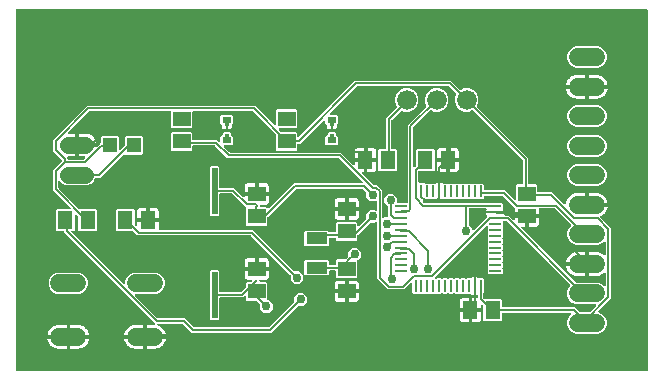
<source format=gbr>
G04 EAGLE Gerber RS-274X export*
G75*
%MOMM*%
%FSLAX34Y34*%
%LPD*%
%INTop Copper*%
%IPPOS*%
%AMOC8*
5,1,8,0,0,1.08239X$1,22.5*%
G01*
%ADD10R,1.500000X1.300000*%
%ADD11R,1.300000X1.500000*%
%ADD12C,1.422400*%
%ADD13R,1.200000X1.300000*%
%ADD14R,0.800000X0.500000*%
%ADD15R,0.350000X0.350000*%
%ADD16C,1.524000*%
%ADD17C,1.676400*%
%ADD18R,1.000000X0.220000*%
%ADD19R,0.220000X1.000000*%
%ADD20R,0.500000X3.910000*%
%ADD21R,1.800000X1.000000*%
%ADD22C,0.152400*%
%ADD23C,0.756400*%

G36*
X774720Y329442D02*
X774720Y329442D01*
X774739Y329440D01*
X774841Y329462D01*
X774943Y329479D01*
X774960Y329488D01*
X774980Y329492D01*
X775069Y329545D01*
X775160Y329594D01*
X775174Y329608D01*
X775191Y329618D01*
X775258Y329697D01*
X775330Y329772D01*
X775338Y329790D01*
X775351Y329805D01*
X775390Y329901D01*
X775433Y329995D01*
X775435Y330015D01*
X775443Y330033D01*
X775461Y330200D01*
X775461Y635000D01*
X775458Y635020D01*
X775460Y635039D01*
X775438Y635141D01*
X775422Y635243D01*
X775412Y635260D01*
X775408Y635280D01*
X775355Y635369D01*
X775306Y635460D01*
X775292Y635474D01*
X775282Y635491D01*
X775203Y635558D01*
X775128Y635630D01*
X775110Y635638D01*
X775095Y635651D01*
X774999Y635690D01*
X774905Y635733D01*
X774885Y635735D01*
X774867Y635743D01*
X774700Y635761D01*
X241300Y635761D01*
X241280Y635758D01*
X241261Y635760D01*
X241159Y635738D01*
X241057Y635722D01*
X241040Y635712D01*
X241020Y635708D01*
X240931Y635655D01*
X240840Y635606D01*
X240826Y635592D01*
X240809Y635582D01*
X240742Y635503D01*
X240671Y635428D01*
X240662Y635410D01*
X240649Y635395D01*
X240610Y635299D01*
X240567Y635205D01*
X240565Y635185D01*
X240557Y635167D01*
X240539Y635000D01*
X240539Y330200D01*
X240542Y330180D01*
X240540Y330161D01*
X240562Y330059D01*
X240579Y329957D01*
X240588Y329940D01*
X240592Y329920D01*
X240645Y329831D01*
X240694Y329740D01*
X240708Y329726D01*
X240718Y329709D01*
X240797Y329642D01*
X240872Y329571D01*
X240890Y329562D01*
X240905Y329549D01*
X241001Y329510D01*
X241095Y329467D01*
X241115Y329465D01*
X241133Y329457D01*
X241300Y329439D01*
X774700Y329439D01*
X774720Y329442D01*
G37*
%LPC*%
G36*
X510953Y446788D02*
X510953Y446788D01*
X511055Y446810D01*
X511157Y446826D01*
X511174Y446836D01*
X511194Y446840D01*
X511283Y446893D01*
X511374Y446942D01*
X511388Y446956D01*
X511405Y446966D01*
X511472Y447045D01*
X511544Y447120D01*
X511552Y447138D01*
X511565Y447153D01*
X511604Y447249D01*
X511647Y447343D01*
X511649Y447363D01*
X511657Y447381D01*
X511675Y447548D01*
X511675Y454832D01*
X512568Y455725D01*
X528832Y455725D01*
X529725Y454832D01*
X529725Y452500D01*
X529736Y452430D01*
X529738Y452358D01*
X529756Y452309D01*
X529764Y452258D01*
X529798Y452194D01*
X529823Y452127D01*
X529855Y452086D01*
X529880Y452040D01*
X529931Y451991D01*
X529976Y451935D01*
X530020Y451907D01*
X530058Y451871D01*
X530123Y451841D01*
X530183Y451802D01*
X530234Y451789D01*
X530281Y451767D01*
X530352Y451759D01*
X530422Y451742D01*
X530474Y451746D01*
X530525Y451740D01*
X530596Y451755D01*
X530667Y451761D01*
X530715Y451781D01*
X530766Y451792D01*
X530827Y451829D01*
X530893Y451857D01*
X530949Y451902D01*
X530977Y451919D01*
X530992Y451936D01*
X531024Y451962D01*
X537014Y457952D01*
X537067Y458026D01*
X537127Y458096D01*
X537139Y458126D01*
X537158Y458152D01*
X537185Y458239D01*
X537219Y458324D01*
X537223Y458365D01*
X537230Y458387D01*
X537229Y458419D01*
X537237Y458491D01*
X537237Y462446D01*
X540346Y465555D01*
X544742Y465555D01*
X545054Y465243D01*
X545112Y465201D01*
X545164Y465152D01*
X545211Y465130D01*
X545253Y465100D01*
X545322Y465078D01*
X545387Y465048D01*
X545439Y465043D01*
X545489Y465027D01*
X545560Y465029D01*
X545631Y465021D01*
X545682Y465032D01*
X545734Y465034D01*
X545802Y465058D01*
X545872Y465073D01*
X545917Y465100D01*
X545965Y465118D01*
X546021Y465163D01*
X546083Y465200D01*
X546117Y465239D01*
X546157Y465272D01*
X546196Y465332D01*
X546243Y465387D01*
X546262Y465435D01*
X546290Y465479D01*
X546308Y465548D01*
X546335Y465615D01*
X546343Y465686D01*
X546351Y465717D01*
X546349Y465740D01*
X546353Y465781D01*
X546353Y473003D01*
X546342Y473073D01*
X546340Y473145D01*
X546322Y473194D01*
X546314Y473245D01*
X546280Y473309D01*
X546255Y473376D01*
X546223Y473417D01*
X546198Y473463D01*
X546146Y473512D01*
X546102Y473568D01*
X546058Y473596D01*
X546020Y473632D01*
X545955Y473662D01*
X545895Y473701D01*
X545844Y473714D01*
X545797Y473736D01*
X545726Y473744D01*
X545656Y473761D01*
X545604Y473757D01*
X545553Y473763D01*
X545482Y473748D01*
X545411Y473742D01*
X545363Y473722D01*
X545312Y473711D01*
X545251Y473674D01*
X545185Y473646D01*
X545129Y473601D01*
X545101Y473584D01*
X545086Y473567D01*
X545054Y473541D01*
X544742Y473229D01*
X540346Y473229D01*
X537237Y476338D01*
X537237Y480294D01*
X537223Y480384D01*
X537215Y480475D01*
X537203Y480504D01*
X537198Y480536D01*
X537155Y480617D01*
X537119Y480701D01*
X537093Y480733D01*
X537082Y480754D01*
X537059Y480776D01*
X537014Y480832D01*
X534200Y483646D01*
X534126Y483699D01*
X534056Y483759D01*
X534026Y483771D01*
X534000Y483790D01*
X533913Y483817D01*
X533828Y483851D01*
X533787Y483855D01*
X533765Y483862D01*
X533733Y483861D01*
X533661Y483869D01*
X478275Y483869D01*
X478184Y483855D01*
X478094Y483847D01*
X478064Y483835D01*
X478032Y483830D01*
X477951Y483787D01*
X477867Y483751D01*
X477835Y483725D01*
X477814Y483714D01*
X477792Y483691D01*
X477736Y483646D01*
X453748Y459658D01*
X453695Y459584D01*
X453635Y459514D01*
X453623Y459484D01*
X453604Y459458D01*
X453577Y459371D01*
X453543Y459286D01*
X453539Y459245D01*
X453532Y459223D01*
X453533Y459191D01*
X453525Y459119D01*
X453525Y453268D01*
X452632Y452375D01*
X436368Y452375D01*
X435475Y453268D01*
X435475Y467643D01*
X435461Y467733D01*
X435453Y467824D01*
X435441Y467853D01*
X435436Y467885D01*
X435393Y467966D01*
X435357Y468050D01*
X435331Y468082D01*
X435320Y468103D01*
X435297Y468125D01*
X435252Y468181D01*
X423943Y479490D01*
X423869Y479543D01*
X423799Y479603D01*
X423769Y479615D01*
X423743Y479634D01*
X423656Y479661D01*
X423571Y479695D01*
X423530Y479699D01*
X423508Y479706D01*
X423476Y479705D01*
X423405Y479713D01*
X413586Y479713D01*
X413566Y479710D01*
X413547Y479712D01*
X413445Y479690D01*
X413343Y479674D01*
X413326Y479664D01*
X413306Y479660D01*
X413217Y479607D01*
X413126Y479558D01*
X413112Y479544D01*
X413095Y479534D01*
X413028Y479455D01*
X412956Y479380D01*
X412948Y479362D01*
X412935Y479347D01*
X412896Y479251D01*
X412853Y479157D01*
X412851Y479137D01*
X412843Y479119D01*
X412825Y478952D01*
X412825Y461818D01*
X411932Y460925D01*
X405668Y460925D01*
X404775Y461818D01*
X404775Y502182D01*
X405668Y503075D01*
X411932Y503075D01*
X412825Y502182D01*
X412825Y485048D01*
X412828Y485028D01*
X412826Y485009D01*
X412848Y484907D01*
X412864Y484805D01*
X412874Y484788D01*
X412878Y484768D01*
X412931Y484679D01*
X412980Y484588D01*
X412994Y484574D01*
X413004Y484557D01*
X413083Y484490D01*
X413158Y484418D01*
X413176Y484410D01*
X413191Y484397D01*
X413287Y484358D01*
X413381Y484315D01*
X413401Y484313D01*
X413419Y484305D01*
X413586Y484287D01*
X425614Y484287D01*
X433160Y476741D01*
X433218Y476699D01*
X433270Y476650D01*
X433317Y476628D01*
X433359Y476598D01*
X433428Y476577D01*
X433493Y476546D01*
X433545Y476541D01*
X433595Y476525D01*
X433666Y476527D01*
X433737Y476519D01*
X433788Y476530D01*
X433840Y476532D01*
X433908Y476556D01*
X433978Y476572D01*
X434023Y476598D01*
X434071Y476616D01*
X434127Y476661D01*
X434189Y476698D01*
X434223Y476737D01*
X434263Y476770D01*
X434302Y476830D01*
X434349Y476885D01*
X434368Y476933D01*
X434396Y476977D01*
X434414Y477046D01*
X434441Y477113D01*
X434449Y477184D01*
X434457Y477215D01*
X434455Y477239D01*
X434459Y477280D01*
X434459Y477877D01*
X443738Y477877D01*
X443758Y477880D01*
X443777Y477878D01*
X443879Y477900D01*
X443981Y477917D01*
X443998Y477926D01*
X444018Y477930D01*
X444107Y477983D01*
X444198Y478032D01*
X444212Y478046D01*
X444229Y478056D01*
X444296Y478135D01*
X444367Y478210D01*
X444376Y478228D01*
X444389Y478243D01*
X444428Y478339D01*
X444471Y478433D01*
X444473Y478453D01*
X444481Y478471D01*
X444499Y478638D01*
X444499Y479401D01*
X444501Y479401D01*
X444501Y478638D01*
X444504Y478621D01*
X444502Y478604D01*
X444502Y478602D01*
X444502Y478599D01*
X444524Y478497D01*
X444541Y478395D01*
X444550Y478378D01*
X444554Y478358D01*
X444607Y478269D01*
X444656Y478178D01*
X444670Y478164D01*
X444680Y478147D01*
X444759Y478080D01*
X444834Y478009D01*
X444852Y478000D01*
X444867Y477987D01*
X444963Y477948D01*
X445057Y477905D01*
X445077Y477903D01*
X445095Y477895D01*
X445262Y477877D01*
X454541Y477877D01*
X454541Y472566D01*
X454368Y471919D01*
X454033Y471340D01*
X453560Y470867D01*
X452981Y470532D01*
X452334Y470359D01*
X448056Y470359D01*
X448036Y470356D01*
X448017Y470358D01*
X447915Y470336D01*
X447813Y470320D01*
X447796Y470310D01*
X447776Y470306D01*
X447687Y470253D01*
X447596Y470204D01*
X447582Y470190D01*
X447565Y470180D01*
X447498Y470101D01*
X447426Y470026D01*
X447418Y470008D01*
X447405Y469993D01*
X447366Y469897D01*
X447323Y469803D01*
X447321Y469783D01*
X447313Y469765D01*
X447295Y469598D01*
X447295Y469186D01*
X447298Y469166D01*
X447296Y469147D01*
X447318Y469045D01*
X447334Y468943D01*
X447344Y468926D01*
X447348Y468906D01*
X447401Y468817D01*
X447450Y468726D01*
X447464Y468712D01*
X447474Y468695D01*
X447553Y468628D01*
X447628Y468556D01*
X447646Y468548D01*
X447661Y468535D01*
X447757Y468496D01*
X447851Y468453D01*
X447871Y468451D01*
X447889Y468443D01*
X448056Y468425D01*
X452632Y468425D01*
X453571Y467485D01*
X453598Y467434D01*
X453623Y467367D01*
X453655Y467326D01*
X453673Y467294D01*
X453680Y467280D01*
X453731Y467231D01*
X453776Y467175D01*
X453820Y467147D01*
X453858Y467111D01*
X453923Y467081D01*
X453983Y467042D01*
X454034Y467029D01*
X454081Y467007D01*
X454152Y466999D01*
X454222Y466982D01*
X454274Y466986D01*
X454325Y466980D01*
X454396Y466995D01*
X454467Y467001D01*
X454515Y467021D01*
X454566Y467032D01*
X454627Y467069D01*
X454693Y467097D01*
X454749Y467142D01*
X454777Y467159D01*
X454792Y467176D01*
X454824Y467202D01*
X476065Y488443D01*
X533662Y488443D01*
X533732Y488454D01*
X533804Y488456D01*
X533853Y488474D01*
X533904Y488482D01*
X533968Y488516D01*
X534035Y488541D01*
X534076Y488573D01*
X534122Y488598D01*
X534171Y488650D01*
X534227Y488694D01*
X534255Y488738D01*
X534291Y488776D01*
X534321Y488841D01*
X534360Y488901D01*
X534373Y488952D01*
X534395Y488999D01*
X534403Y489070D01*
X534420Y489140D01*
X534416Y489192D01*
X534422Y489243D01*
X534407Y489314D01*
X534401Y489385D01*
X534381Y489433D01*
X534370Y489484D01*
X534333Y489545D01*
X534305Y489611D01*
X534260Y489667D01*
X534243Y489695D01*
X534226Y489710D01*
X534200Y489742D01*
X514388Y509554D01*
X514314Y509607D01*
X514244Y509667D01*
X514214Y509679D01*
X514188Y509698D01*
X514101Y509725D01*
X514016Y509759D01*
X513975Y509763D01*
X513953Y509770D01*
X513921Y509769D01*
X513849Y509777D01*
X419677Y509777D01*
X409232Y520222D01*
X409158Y520275D01*
X409088Y520335D01*
X409058Y520347D01*
X409032Y520366D01*
X408945Y520393D01*
X408860Y520427D01*
X408819Y520431D01*
X408797Y520438D01*
X408765Y520437D01*
X408693Y520445D01*
X390786Y520445D01*
X390766Y520442D01*
X390747Y520444D01*
X390645Y520422D01*
X390543Y520406D01*
X390526Y520396D01*
X390506Y520392D01*
X390417Y520339D01*
X390326Y520290D01*
X390312Y520276D01*
X390295Y520266D01*
X390228Y520187D01*
X390156Y520112D01*
X390148Y520094D01*
X390135Y520079D01*
X390096Y519983D01*
X390053Y519889D01*
X390051Y519869D01*
X390043Y519851D01*
X390025Y519684D01*
X390025Y516768D01*
X389132Y515875D01*
X372868Y515875D01*
X371975Y516768D01*
X371975Y531032D01*
X372868Y531925D01*
X389132Y531925D01*
X390025Y531032D01*
X390025Y525780D01*
X390028Y525760D01*
X390026Y525741D01*
X390048Y525639D01*
X390064Y525537D01*
X390074Y525520D01*
X390078Y525500D01*
X390131Y525411D01*
X390180Y525320D01*
X390194Y525306D01*
X390204Y525289D01*
X390283Y525222D01*
X390358Y525150D01*
X390376Y525142D01*
X390391Y525129D01*
X390487Y525090D01*
X390581Y525047D01*
X390601Y525045D01*
X390619Y525037D01*
X390786Y525019D01*
X410903Y525019D01*
X412276Y523646D01*
X412334Y523604D01*
X412386Y523555D01*
X412433Y523533D01*
X412475Y523503D01*
X412544Y523482D01*
X412609Y523451D01*
X412661Y523446D01*
X412711Y523430D01*
X412782Y523432D01*
X412853Y523424D01*
X412904Y523435D01*
X412956Y523437D01*
X413024Y523461D01*
X413094Y523476D01*
X413139Y523503D01*
X413187Y523521D01*
X413243Y523566D01*
X413305Y523603D01*
X413339Y523642D01*
X413379Y523675D01*
X413418Y523735D01*
X413465Y523790D01*
X413484Y523838D01*
X413512Y523882D01*
X413530Y523951D01*
X413557Y524018D01*
X413565Y524089D01*
X413573Y524120D01*
X413571Y524144D01*
X413575Y524184D01*
X413575Y527782D01*
X414468Y528675D01*
X415064Y528675D01*
X415084Y528678D01*
X415103Y528676D01*
X415205Y528698D01*
X415307Y528714D01*
X415324Y528724D01*
X415344Y528728D01*
X415433Y528781D01*
X415524Y528830D01*
X415538Y528844D01*
X415555Y528854D01*
X415622Y528933D01*
X415694Y529008D01*
X415702Y529026D01*
X415715Y529041D01*
X415754Y529137D01*
X415797Y529231D01*
X415799Y529251D01*
X415807Y529269D01*
X415825Y529436D01*
X415825Y530782D01*
X416718Y531675D01*
X421482Y531675D01*
X422375Y530782D01*
X422375Y529436D01*
X422378Y529416D01*
X422376Y529397D01*
X422398Y529295D01*
X422414Y529193D01*
X422424Y529176D01*
X422428Y529156D01*
X422481Y529067D01*
X422530Y528976D01*
X422544Y528962D01*
X422554Y528945D01*
X422633Y528878D01*
X422708Y528806D01*
X422726Y528798D01*
X422741Y528785D01*
X422837Y528746D01*
X422931Y528703D01*
X422951Y528701D01*
X422969Y528693D01*
X423136Y528675D01*
X423732Y528675D01*
X424625Y527782D01*
X424625Y521518D01*
X423732Y520625D01*
X417134Y520625D01*
X417064Y520614D01*
X416992Y520612D01*
X416943Y520594D01*
X416892Y520586D01*
X416828Y520552D01*
X416761Y520527D01*
X416720Y520495D01*
X416674Y520470D01*
X416625Y520418D01*
X416569Y520374D01*
X416541Y520330D01*
X416505Y520292D01*
X416475Y520227D01*
X416436Y520167D01*
X416423Y520116D01*
X416401Y520069D01*
X416393Y519998D01*
X416376Y519928D01*
X416380Y519876D01*
X416374Y519825D01*
X416389Y519754D01*
X416395Y519683D01*
X416415Y519635D01*
X416426Y519584D01*
X416463Y519523D01*
X416491Y519457D01*
X416536Y519401D01*
X416553Y519373D01*
X416570Y519358D01*
X416596Y519326D01*
X421348Y514574D01*
X421422Y514521D01*
X421492Y514461D01*
X421522Y514449D01*
X421548Y514430D01*
X421635Y514403D01*
X421720Y514369D01*
X421761Y514365D01*
X421783Y514358D01*
X421815Y514359D01*
X421887Y514351D01*
X516059Y514351D01*
X526260Y504150D01*
X526318Y504108D01*
X526370Y504059D01*
X526417Y504037D01*
X526459Y504007D01*
X526528Y503986D01*
X526593Y503955D01*
X526645Y503950D01*
X526695Y503934D01*
X526766Y503936D01*
X526837Y503928D01*
X526888Y503939D01*
X526940Y503941D01*
X527008Y503965D01*
X527078Y503980D01*
X527123Y504007D01*
X527171Y504025D01*
X527227Y504070D01*
X527289Y504107D01*
X527323Y504146D01*
X527363Y504179D01*
X527402Y504239D01*
X527449Y504294D01*
X527468Y504342D01*
X527496Y504386D01*
X527514Y504455D01*
X527541Y504522D01*
X527549Y504593D01*
X527557Y504624D01*
X527555Y504648D01*
X527559Y504688D01*
X527559Y506477D01*
X535077Y506477D01*
X535077Y497959D01*
X534288Y497959D01*
X534218Y497948D01*
X534146Y497946D01*
X534097Y497928D01*
X534046Y497920D01*
X533982Y497886D01*
X533915Y497861D01*
X533874Y497829D01*
X533828Y497804D01*
X533779Y497752D01*
X533723Y497708D01*
X533695Y497664D01*
X533659Y497626D01*
X533629Y497561D01*
X533590Y497501D01*
X533577Y497450D01*
X533555Y497403D01*
X533547Y497332D01*
X533530Y497262D01*
X533534Y497210D01*
X533528Y497159D01*
X533543Y497088D01*
X533549Y497017D01*
X533569Y496969D01*
X533580Y496918D01*
X533617Y496857D01*
X533645Y496791D01*
X533690Y496735D01*
X533707Y496707D01*
X533724Y496692D01*
X533750Y496660D01*
X543268Y487142D01*
X543342Y487089D01*
X543412Y487029D01*
X543442Y487017D01*
X543468Y486998D01*
X543555Y486971D01*
X543640Y486937D01*
X543681Y486933D01*
X543703Y486926D01*
X543735Y486927D01*
X543807Y486919D01*
X546539Y486919D01*
X550927Y482531D01*
X550927Y459685D01*
X550938Y459615D01*
X550940Y459543D01*
X550958Y459494D01*
X550966Y459443D01*
X551000Y459379D01*
X551025Y459312D01*
X551057Y459271D01*
X551082Y459225D01*
X551134Y459176D01*
X551178Y459120D01*
X551222Y459092D01*
X551260Y459056D01*
X551325Y459026D01*
X551385Y458987D01*
X551436Y458974D01*
X551483Y458952D01*
X551554Y458944D01*
X551624Y458927D01*
X551676Y458931D01*
X551727Y458925D01*
X551798Y458940D01*
X551869Y458946D01*
X551917Y458966D01*
X551968Y458977D01*
X552029Y459014D01*
X552095Y459042D01*
X552151Y459087D01*
X552179Y459104D01*
X552194Y459121D01*
X552226Y459147D01*
X552538Y459459D01*
X555026Y459459D01*
X555096Y459470D01*
X555168Y459472D01*
X555217Y459490D01*
X555268Y459498D01*
X555332Y459532D01*
X555399Y459557D01*
X555440Y459589D01*
X555486Y459614D01*
X555535Y459665D01*
X555591Y459710D01*
X555619Y459754D01*
X555655Y459792D01*
X555685Y459857D01*
X555724Y459917D01*
X555737Y459968D01*
X555759Y460015D01*
X555767Y460086D01*
X555784Y460156D01*
X555780Y460208D01*
X555786Y460259D01*
X555771Y460330D01*
X555765Y460401D01*
X555745Y460449D01*
X555734Y460500D01*
X555697Y460561D01*
X555669Y460627D01*
X555624Y460683D01*
X555607Y460711D01*
X555590Y460726D01*
X555564Y460758D01*
X555497Y460825D01*
X555497Y468431D01*
X555483Y468521D01*
X555475Y468612D01*
X555463Y468641D01*
X555458Y468673D01*
X555415Y468754D01*
X555379Y468838D01*
X555353Y468870D01*
X555342Y468891D01*
X555319Y468913D01*
X555274Y468969D01*
X552477Y471766D01*
X552477Y476162D01*
X555586Y479271D01*
X559982Y479271D01*
X563091Y476162D01*
X563091Y472286D01*
X563094Y472266D01*
X563092Y472247D01*
X563114Y472145D01*
X563130Y472043D01*
X563140Y472026D01*
X563144Y472006D01*
X563197Y471917D01*
X563246Y471826D01*
X563260Y471812D01*
X563270Y471795D01*
X563349Y471728D01*
X563424Y471656D01*
X563442Y471648D01*
X563457Y471635D01*
X563553Y471596D01*
X563647Y471553D01*
X563667Y471551D01*
X563685Y471543D01*
X563852Y471525D01*
X571500Y471525D01*
X571520Y471528D01*
X571539Y471526D01*
X571641Y471548D01*
X571743Y471564D01*
X571760Y471574D01*
X571780Y471578D01*
X571869Y471631D01*
X571960Y471680D01*
X571974Y471694D01*
X571991Y471704D01*
X572058Y471783D01*
X572130Y471858D01*
X572138Y471876D01*
X572151Y471891D01*
X572190Y471987D01*
X572233Y472081D01*
X572235Y472101D01*
X572243Y472119D01*
X572261Y472286D01*
X572261Y537395D01*
X588011Y553145D01*
X588078Y553239D01*
X588149Y553333D01*
X588151Y553339D01*
X588154Y553345D01*
X588189Y553455D01*
X588225Y553567D01*
X588225Y553574D01*
X588227Y553580D01*
X588224Y553696D01*
X588223Y553813D01*
X588221Y553820D01*
X588220Y553825D01*
X588214Y553843D01*
X588176Y553974D01*
X586993Y556829D01*
X586993Y560771D01*
X588501Y564412D01*
X591288Y567199D01*
X594929Y568707D01*
X598871Y568707D01*
X602512Y567199D01*
X605299Y564412D01*
X606807Y560771D01*
X606807Y556829D01*
X605299Y553188D01*
X602512Y550401D01*
X598871Y548893D01*
X594929Y548893D01*
X592074Y550076D01*
X591961Y550103D01*
X591847Y550131D01*
X591841Y550131D01*
X591835Y550132D01*
X591718Y550121D01*
X591602Y550112D01*
X591596Y550110D01*
X591590Y550109D01*
X591482Y550061D01*
X591376Y550016D01*
X591370Y550011D01*
X591365Y550009D01*
X591352Y549996D01*
X591245Y549911D01*
X577058Y535724D01*
X577005Y535650D01*
X576945Y535580D01*
X576933Y535550D01*
X576914Y535524D01*
X576887Y535437D01*
X576853Y535352D01*
X576849Y535311D01*
X576842Y535289D01*
X576843Y535257D01*
X576835Y535185D01*
X576835Y502658D01*
X576846Y502588D01*
X576848Y502516D01*
X576866Y502467D01*
X576874Y502416D01*
X576908Y502352D01*
X576933Y502285D01*
X576965Y502244D01*
X576990Y502198D01*
X577041Y502149D01*
X577086Y502093D01*
X577130Y502065D01*
X577168Y502029D01*
X577233Y501999D01*
X577293Y501960D01*
X577344Y501947D01*
X577391Y501925D01*
X577462Y501917D01*
X577532Y501900D01*
X577584Y501904D01*
X577635Y501898D01*
X577706Y501913D01*
X577777Y501919D01*
X577825Y501939D01*
X577876Y501950D01*
X577937Y501987D01*
X578003Y502015D01*
X578059Y502060D01*
X578087Y502077D01*
X578102Y502094D01*
X578134Y502120D01*
X579152Y503138D01*
X579205Y503212D01*
X579265Y503282D01*
X579277Y503312D01*
X579296Y503338D01*
X579323Y503425D01*
X579357Y503510D01*
X579361Y503551D01*
X579368Y503573D01*
X579367Y503605D01*
X579375Y503676D01*
X579375Y516132D01*
X580268Y517025D01*
X594532Y517025D01*
X595425Y516132D01*
X595425Y499868D01*
X594532Y498975D01*
X582168Y498975D01*
X582148Y498972D01*
X582129Y498974D01*
X582027Y498952D01*
X581925Y498936D01*
X581908Y498926D01*
X581888Y498922D01*
X581799Y498869D01*
X581708Y498820D01*
X581694Y498806D01*
X581677Y498796D01*
X581610Y498717D01*
X581538Y498642D01*
X581530Y498624D01*
X581517Y498609D01*
X581478Y498513D01*
X581435Y498419D01*
X581433Y498399D01*
X581425Y498381D01*
X581407Y498214D01*
X581407Y489622D01*
X581426Y489506D01*
X581444Y489387D01*
X581446Y489384D01*
X581446Y489380D01*
X581502Y489274D01*
X581557Y489169D01*
X581560Y489166D01*
X581562Y489162D01*
X581648Y489080D01*
X581733Y488997D01*
X581737Y488996D01*
X581740Y488993D01*
X581848Y488942D01*
X581955Y488891D01*
X581959Y488891D01*
X581963Y488889D01*
X582082Y488876D01*
X582199Y488862D01*
X582204Y488862D01*
X582207Y488862D01*
X582221Y488865D01*
X582365Y488887D01*
X582565Y488941D01*
X583239Y488941D01*
X583239Y481400D01*
X583242Y481381D01*
X583240Y481361D01*
X583262Y481260D01*
X583278Y481158D01*
X583288Y481140D01*
X583292Y481121D01*
X583345Y481031D01*
X583393Y480940D01*
X583408Y480927D01*
X583418Y480909D01*
X583497Y480842D01*
X583572Y480771D01*
X583590Y480762D01*
X583605Y480749D01*
X583701Y480711D01*
X583795Y480667D01*
X583815Y480665D01*
X583833Y480658D01*
X584000Y480639D01*
X584020Y480642D01*
X584039Y480640D01*
X584040Y480640D01*
X584141Y480662D01*
X584243Y480679D01*
X584260Y480688D01*
X584280Y480692D01*
X584369Y480746D01*
X584460Y480794D01*
X584474Y480808D01*
X584491Y480819D01*
X584558Y480897D01*
X584630Y480972D01*
X584638Y480990D01*
X584651Y481005D01*
X584690Y481102D01*
X584733Y481195D01*
X584735Y481215D01*
X584743Y481234D01*
X584761Y481400D01*
X584761Y488941D01*
X585435Y488941D01*
X586081Y488768D01*
X586660Y488433D01*
X586945Y488148D01*
X587019Y488095D01*
X587089Y488035D01*
X587119Y488023D01*
X587145Y488004D01*
X587232Y487977D01*
X587317Y487943D01*
X587358Y487939D01*
X587380Y487932D01*
X587412Y487933D01*
X587484Y487925D01*
X590732Y487925D01*
X590962Y487695D01*
X590978Y487683D01*
X590990Y487667D01*
X591078Y487611D01*
X591161Y487551D01*
X591180Y487545D01*
X591197Y487534D01*
X591298Y487509D01*
X591397Y487479D01*
X591417Y487479D01*
X591436Y487474D01*
X591539Y487482D01*
X591642Y487485D01*
X591661Y487492D01*
X591681Y487493D01*
X591776Y487534D01*
X591873Y487569D01*
X591889Y487582D01*
X591907Y487590D01*
X592038Y487695D01*
X592268Y487925D01*
X595516Y487925D01*
X595606Y487939D01*
X595697Y487947D01*
X595727Y487959D01*
X595759Y487964D01*
X595840Y488007D01*
X595924Y488043D01*
X595956Y488069D01*
X595976Y488080D01*
X595999Y488103D01*
X596055Y488148D01*
X596340Y488433D01*
X596919Y488768D01*
X597566Y488941D01*
X598239Y488941D01*
X598239Y481400D01*
X598239Y473859D01*
X597566Y473859D01*
X596919Y474032D01*
X596340Y474367D01*
X596055Y474652D01*
X595981Y474705D01*
X595911Y474765D01*
X595881Y474777D01*
X595855Y474796D01*
X595768Y474823D01*
X595683Y474857D01*
X595642Y474861D01*
X595620Y474868D01*
X595588Y474867D01*
X595516Y474875D01*
X592268Y474875D01*
X592038Y475105D01*
X592022Y475117D01*
X592010Y475133D01*
X591923Y475189D01*
X591839Y475249D01*
X591820Y475255D01*
X591803Y475266D01*
X591702Y475291D01*
X591604Y475321D01*
X591584Y475321D01*
X591564Y475326D01*
X591461Y475318D01*
X591358Y475315D01*
X591339Y475308D01*
X591319Y475307D01*
X591224Y475266D01*
X591127Y475231D01*
X591111Y475218D01*
X591093Y475210D01*
X590962Y475105D01*
X590732Y474875D01*
X587484Y474875D01*
X587394Y474861D01*
X587303Y474853D01*
X587273Y474841D01*
X587241Y474836D01*
X587160Y474793D01*
X587076Y474757D01*
X587044Y474731D01*
X587024Y474720D01*
X587001Y474697D01*
X586945Y474652D01*
X586660Y474367D01*
X586081Y474032D01*
X585563Y473894D01*
X585476Y473855D01*
X585387Y473822D01*
X585365Y473804D01*
X585339Y473793D01*
X585269Y473728D01*
X585195Y473668D01*
X585179Y473644D01*
X585159Y473625D01*
X585113Y473541D01*
X585062Y473461D01*
X585055Y473434D01*
X585041Y473409D01*
X585025Y473315D01*
X585002Y473223D01*
X585004Y473195D01*
X584999Y473167D01*
X585013Y473072D01*
X585021Y472977D01*
X585032Y472952D01*
X585036Y472924D01*
X585080Y472838D01*
X585117Y472751D01*
X585139Y472724D01*
X585149Y472705D01*
X585172Y472682D01*
X585222Y472620D01*
X585940Y471902D01*
X586014Y471849D01*
X586084Y471789D01*
X586114Y471777D01*
X586140Y471758D01*
X586227Y471731D01*
X586312Y471697D01*
X586353Y471693D01*
X586375Y471686D01*
X586407Y471687D01*
X586479Y471679D01*
X645263Y471679D01*
X645277Y471681D01*
X645291Y471679D01*
X645398Y471701D01*
X645505Y471718D01*
X645518Y471725D01*
X645532Y471728D01*
X645681Y471804D01*
X645709Y471823D01*
X646333Y471694D01*
X646353Y471694D01*
X646487Y471679D01*
X647147Y471679D01*
X647198Y471635D01*
X647228Y471623D01*
X647254Y471604D01*
X647341Y471577D01*
X647426Y471543D01*
X647467Y471539D01*
X647489Y471532D01*
X647521Y471533D01*
X647593Y471525D01*
X652132Y471525D01*
X653025Y470632D01*
X653025Y467384D01*
X653039Y467294D01*
X653047Y467203D01*
X653059Y467173D01*
X653064Y467141D01*
X653107Y467060D01*
X653143Y466976D01*
X653169Y466944D01*
X653180Y466924D01*
X653203Y466901D01*
X653248Y466845D01*
X653533Y466560D01*
X653868Y465981D01*
X654041Y465334D01*
X654041Y464661D01*
X646500Y464661D01*
X638959Y464661D01*
X638959Y465334D01*
X639141Y466012D01*
X639156Y466052D01*
X639196Y466139D01*
X639199Y466167D01*
X639209Y466193D01*
X639213Y466289D01*
X639223Y466383D01*
X639217Y466411D01*
X639219Y466439D01*
X639191Y466531D01*
X639171Y466624D01*
X639157Y466648D01*
X639149Y466675D01*
X639094Y466753D01*
X639045Y466835D01*
X639024Y466853D01*
X639007Y466876D01*
X638931Y466933D01*
X638858Y466995D01*
X638832Y467005D01*
X638809Y467022D01*
X638719Y467051D01*
X638630Y467087D01*
X638595Y467091D01*
X638575Y467097D01*
X638542Y467097D01*
X638463Y467105D01*
X624840Y467105D01*
X624820Y467102D01*
X624801Y467104D01*
X624699Y467082D01*
X624597Y467066D01*
X624580Y467056D01*
X624560Y467052D01*
X624471Y466999D01*
X624380Y466950D01*
X624366Y466936D01*
X624349Y466926D01*
X624282Y466847D01*
X624210Y466772D01*
X624202Y466754D01*
X624189Y466739D01*
X624150Y466643D01*
X624107Y466549D01*
X624105Y466529D01*
X624097Y466511D01*
X624079Y466344D01*
X624079Y453589D01*
X624093Y453499D01*
X624101Y453408D01*
X624113Y453379D01*
X624118Y453347D01*
X624161Y453266D01*
X624197Y453182D01*
X624223Y453150D01*
X624234Y453129D01*
X624257Y453107D01*
X624302Y453051D01*
X627099Y450254D01*
X627099Y449290D01*
X627110Y449220D01*
X627112Y449148D01*
X627130Y449099D01*
X627138Y449048D01*
X627172Y448984D01*
X627197Y448917D01*
X627229Y448876D01*
X627254Y448830D01*
X627306Y448781D01*
X627350Y448725D01*
X627394Y448697D01*
X627432Y448661D01*
X627497Y448631D01*
X627557Y448592D01*
X627608Y448579D01*
X627655Y448557D01*
X627726Y448549D01*
X627796Y448532D01*
X627848Y448536D01*
X627899Y448530D01*
X627970Y448545D01*
X628041Y448551D01*
X628089Y448571D01*
X628140Y448582D01*
X628201Y448619D01*
X628267Y448647D01*
X628323Y448692D01*
X628351Y448709D01*
X628366Y448726D01*
X628398Y448752D01*
X639094Y459448D01*
X639638Y459992D01*
X639650Y460008D01*
X639665Y460021D01*
X639721Y460108D01*
X639782Y460192D01*
X639788Y460211D01*
X639798Y460228D01*
X639824Y460328D01*
X639854Y460427D01*
X639854Y460447D01*
X639858Y460466D01*
X639850Y460569D01*
X639848Y460673D01*
X639841Y460692D01*
X639839Y460711D01*
X639799Y460807D01*
X639763Y460904D01*
X639751Y460919D01*
X639743Y460938D01*
X639638Y461069D01*
X639467Y461240D01*
X639132Y461819D01*
X638959Y462466D01*
X638959Y463139D01*
X646500Y463139D01*
X654041Y463139D01*
X654041Y462466D01*
X653908Y461969D01*
X653896Y461850D01*
X653883Y461733D01*
X653884Y461728D01*
X653883Y461724D01*
X653910Y461609D01*
X653935Y461492D01*
X653937Y461489D01*
X653938Y461485D01*
X654000Y461383D01*
X654061Y461281D01*
X654064Y461278D01*
X654067Y461275D01*
X654158Y461198D01*
X654248Y461121D01*
X654252Y461120D01*
X654255Y461117D01*
X654365Y461074D01*
X654476Y461029D01*
X654481Y461029D01*
X654484Y461027D01*
X654498Y461027D01*
X654643Y461011D01*
X657791Y461011D01*
X661760Y457042D01*
X661818Y457000D01*
X661870Y456951D01*
X661917Y456929D01*
X661959Y456899D01*
X662028Y456878D01*
X662093Y456847D01*
X662145Y456842D01*
X662195Y456826D01*
X662266Y456828D01*
X662337Y456820D01*
X662388Y456831D01*
X662440Y456833D01*
X662508Y456857D01*
X662578Y456872D01*
X662623Y456899D01*
X662671Y456917D01*
X662727Y456962D01*
X662789Y456999D01*
X662823Y457038D01*
X662863Y457071D01*
X662902Y457131D01*
X662949Y457186D01*
X662968Y457234D01*
X662996Y457278D01*
X663014Y457347D01*
X663041Y457414D01*
X663049Y457485D01*
X663057Y457516D01*
X663055Y457540D01*
X663059Y457580D01*
X663059Y458877D01*
X671577Y458877D01*
X671577Y451359D01*
X669280Y451359D01*
X669210Y451348D01*
X669138Y451346D01*
X669089Y451328D01*
X669038Y451320D01*
X668974Y451286D01*
X668907Y451261D01*
X668866Y451229D01*
X668820Y451204D01*
X668771Y451152D01*
X668715Y451108D01*
X668687Y451064D01*
X668651Y451026D01*
X668621Y450961D01*
X668582Y450901D01*
X668569Y450850D01*
X668547Y450803D01*
X668539Y450732D01*
X668522Y450662D01*
X668526Y450610D01*
X668520Y450559D01*
X668535Y450488D01*
X668541Y450417D01*
X668561Y450369D01*
X668572Y450318D01*
X668609Y450257D01*
X668637Y450191D01*
X668682Y450135D01*
X668699Y450107D01*
X668716Y450092D01*
X668742Y450060D01*
X714334Y404468D01*
X714408Y404415D01*
X714478Y404355D01*
X714508Y404343D01*
X714534Y404324D01*
X714621Y404297D01*
X714706Y404263D01*
X714747Y404259D01*
X714769Y404252D01*
X714801Y404253D01*
X714873Y404245D01*
X733339Y404245D01*
X736700Y402853D01*
X738602Y400951D01*
X738660Y400909D01*
X738712Y400860D01*
X738759Y400838D01*
X738801Y400807D01*
X738870Y400786D01*
X738935Y400756D01*
X738987Y400750D01*
X739037Y400735D01*
X739108Y400737D01*
X739179Y400729D01*
X739230Y400740D01*
X739282Y400741D01*
X739350Y400766D01*
X739420Y400781D01*
X739465Y400808D01*
X739513Y400826D01*
X739569Y400871D01*
X739631Y400907D01*
X739665Y400947D01*
X739705Y400979D01*
X739744Y401040D01*
X739791Y401094D01*
X739810Y401143D01*
X739838Y401186D01*
X739856Y401256D01*
X739883Y401322D01*
X739891Y401394D01*
X739899Y401425D01*
X739897Y401448D01*
X739901Y401489D01*
X739901Y412274D01*
X739890Y412345D01*
X739888Y412416D01*
X739870Y412465D01*
X739862Y412517D01*
X739828Y412580D01*
X739803Y412647D01*
X739771Y412688D01*
X739746Y412734D01*
X739694Y412784D01*
X739650Y412839D01*
X739606Y412868D01*
X739568Y412904D01*
X739503Y412934D01*
X739443Y412972D01*
X739392Y412985D01*
X739345Y413007D01*
X739274Y413015D01*
X739204Y413033D01*
X739152Y413028D01*
X739101Y413034D01*
X739030Y413019D01*
X738959Y413013D01*
X738911Y412993D01*
X738860Y412982D01*
X738799Y412945D01*
X738733Y412917D01*
X738677Y412872D01*
X738649Y412856D01*
X738634Y412838D01*
X738602Y412812D01*
X738139Y412350D01*
X736845Y411410D01*
X735420Y410684D01*
X733899Y410189D01*
X732320Y409939D01*
X725423Y409939D01*
X725423Y419338D01*
X725420Y419358D01*
X725422Y419377D01*
X725400Y419479D01*
X725383Y419581D01*
X725374Y419598D01*
X725370Y419618D01*
X725317Y419707D01*
X725268Y419798D01*
X725254Y419812D01*
X725244Y419829D01*
X725165Y419896D01*
X725090Y419967D01*
X725072Y419976D01*
X725057Y419989D01*
X724961Y420027D01*
X724867Y420071D01*
X724847Y420073D01*
X724829Y420081D01*
X724662Y420099D01*
X723899Y420099D01*
X723899Y420101D01*
X724662Y420101D01*
X724682Y420104D01*
X724701Y420102D01*
X724803Y420124D01*
X724905Y420141D01*
X724922Y420150D01*
X724942Y420154D01*
X725031Y420207D01*
X725122Y420256D01*
X725136Y420270D01*
X725153Y420280D01*
X725220Y420359D01*
X725291Y420434D01*
X725300Y420452D01*
X725313Y420467D01*
X725352Y420563D01*
X725395Y420657D01*
X725397Y420677D01*
X725405Y420695D01*
X725423Y420862D01*
X725423Y430261D01*
X732320Y430261D01*
X733899Y430011D01*
X735420Y429516D01*
X736845Y428790D01*
X738139Y427850D01*
X738602Y427388D01*
X738660Y427346D01*
X738712Y427296D01*
X738759Y427275D01*
X738801Y427244D01*
X738870Y427223D01*
X738935Y427193D01*
X738987Y427187D01*
X739037Y427172D01*
X739108Y427174D01*
X739179Y427166D01*
X739230Y427177D01*
X739282Y427178D01*
X739350Y427203D01*
X739420Y427218D01*
X739465Y427245D01*
X739513Y427263D01*
X739569Y427307D01*
X739631Y427344D01*
X739665Y427384D01*
X739705Y427416D01*
X739744Y427477D01*
X739791Y427531D01*
X739810Y427580D01*
X739838Y427623D01*
X739856Y427693D01*
X739883Y427759D01*
X739891Y427831D01*
X739899Y427862D01*
X739897Y427885D01*
X739901Y427926D01*
X739901Y438711D01*
X739890Y438782D01*
X739888Y438853D01*
X739870Y438902D01*
X739862Y438954D01*
X739828Y439017D01*
X739803Y439084D01*
X739771Y439125D01*
X739746Y439171D01*
X739694Y439220D01*
X739650Y439276D01*
X739606Y439305D01*
X739568Y439340D01*
X739503Y439371D01*
X739443Y439409D01*
X739392Y439422D01*
X739345Y439444D01*
X739274Y439452D01*
X739204Y439469D01*
X739152Y439465D01*
X739101Y439471D01*
X739030Y439456D01*
X738959Y439450D01*
X738911Y439430D01*
X738860Y439419D01*
X738799Y439382D01*
X738733Y439354D01*
X738677Y439309D01*
X738649Y439293D01*
X738634Y439275D01*
X738602Y439249D01*
X736700Y437347D01*
X733339Y435955D01*
X714461Y435955D01*
X711100Y437347D01*
X708527Y439920D01*
X707135Y443281D01*
X707135Y446919D01*
X708527Y450280D01*
X710660Y452413D01*
X710672Y452429D01*
X710688Y452442D01*
X710744Y452529D01*
X710804Y452613D01*
X710810Y452632D01*
X710821Y452649D01*
X710846Y452749D01*
X710876Y452848D01*
X710876Y452868D01*
X710881Y452887D01*
X710873Y452990D01*
X710870Y453094D01*
X710863Y453113D01*
X710862Y453132D01*
X710821Y453227D01*
X710786Y453325D01*
X710773Y453340D01*
X710765Y453359D01*
X710660Y453490D01*
X697268Y466882D01*
X697194Y466935D01*
X697124Y466995D01*
X697094Y467007D01*
X697068Y467026D01*
X696981Y467053D01*
X696896Y467087D01*
X696855Y467091D01*
X696833Y467098D01*
X696801Y467097D01*
X696729Y467105D01*
X683902Y467105D01*
X683882Y467102D01*
X683863Y467104D01*
X683761Y467082D01*
X683659Y467066D01*
X683642Y467056D01*
X683622Y467052D01*
X683533Y466999D01*
X683442Y466950D01*
X683428Y466936D01*
X683411Y466926D01*
X683344Y466847D01*
X683272Y466772D01*
X683264Y466754D01*
X683251Y466739D01*
X683212Y466643D01*
X683169Y466549D01*
X683167Y466529D01*
X683159Y466511D01*
X683141Y466344D01*
X683141Y461923D01*
X673862Y461923D01*
X673842Y461920D01*
X673823Y461922D01*
X673721Y461900D01*
X673619Y461883D01*
X673602Y461874D01*
X673582Y461870D01*
X673493Y461817D01*
X673402Y461768D01*
X673388Y461754D01*
X673371Y461744D01*
X673304Y461665D01*
X673233Y461590D01*
X673224Y461572D01*
X673211Y461557D01*
X673172Y461461D01*
X673129Y461367D01*
X673127Y461347D01*
X673119Y461329D01*
X673101Y461162D01*
X673101Y460399D01*
X673099Y460399D01*
X673099Y461162D01*
X673098Y461171D01*
X673098Y461174D01*
X673096Y461184D01*
X673098Y461201D01*
X673076Y461303D01*
X673059Y461405D01*
X673050Y461422D01*
X673046Y461442D01*
X672993Y461531D01*
X672944Y461622D01*
X672930Y461636D01*
X672920Y461653D01*
X672841Y461720D01*
X672766Y461791D01*
X672748Y461800D01*
X672733Y461813D01*
X672637Y461852D01*
X672543Y461895D01*
X672523Y461897D01*
X672505Y461905D01*
X672338Y461923D01*
X663059Y461923D01*
X663059Y467248D01*
X663058Y467258D01*
X663058Y467264D01*
X663051Y467297D01*
X663045Y467338D01*
X663037Y467429D01*
X663025Y467458D01*
X663020Y467490D01*
X662977Y467571D01*
X662941Y467655D01*
X662915Y467687D01*
X662904Y467708D01*
X662881Y467730D01*
X662836Y467786D01*
X661954Y468668D01*
X653072Y477550D01*
X652998Y477603D01*
X652928Y477663D01*
X652898Y477675D01*
X652872Y477694D01*
X652785Y477721D01*
X652700Y477755D01*
X652659Y477759D01*
X652637Y477766D01*
X652605Y477765D01*
X652533Y477773D01*
X637386Y477773D01*
X637366Y477770D01*
X637347Y477772D01*
X637245Y477750D01*
X637143Y477734D01*
X637126Y477724D01*
X637106Y477720D01*
X637017Y477667D01*
X636926Y477618D01*
X636912Y477604D01*
X636895Y477594D01*
X636828Y477515D01*
X636756Y477440D01*
X636748Y477422D01*
X636735Y477407D01*
X636696Y477311D01*
X636653Y477217D01*
X636651Y477197D01*
X636643Y477179D01*
X636625Y477012D01*
X636625Y475768D01*
X635732Y474875D01*
X632268Y474875D01*
X632038Y475105D01*
X632022Y475117D01*
X632010Y475133D01*
X631923Y475189D01*
X631839Y475249D01*
X631820Y475255D01*
X631803Y475266D01*
X631702Y475291D01*
X631604Y475321D01*
X631584Y475321D01*
X631564Y475326D01*
X631461Y475318D01*
X631358Y475315D01*
X631339Y475308D01*
X631319Y475307D01*
X631224Y475266D01*
X631127Y475231D01*
X631111Y475218D01*
X631093Y475210D01*
X630962Y475105D01*
X630732Y474875D01*
X627268Y474875D01*
X627038Y475105D01*
X627022Y475117D01*
X627010Y475133D01*
X626923Y475189D01*
X626839Y475249D01*
X626820Y475255D01*
X626803Y475266D01*
X626702Y475291D01*
X626604Y475321D01*
X626584Y475321D01*
X626564Y475326D01*
X626461Y475318D01*
X626358Y475315D01*
X626339Y475308D01*
X626319Y475307D01*
X626224Y475266D01*
X626127Y475231D01*
X626111Y475218D01*
X626093Y475210D01*
X625962Y475105D01*
X625732Y474875D01*
X622268Y474875D01*
X622038Y475105D01*
X622022Y475117D01*
X622010Y475133D01*
X621923Y475189D01*
X621839Y475249D01*
X621820Y475255D01*
X621803Y475266D01*
X621702Y475291D01*
X621604Y475321D01*
X621584Y475321D01*
X621564Y475326D01*
X621461Y475318D01*
X621358Y475315D01*
X621339Y475308D01*
X621319Y475307D01*
X621224Y475266D01*
X621127Y475231D01*
X621111Y475218D01*
X621093Y475210D01*
X620962Y475105D01*
X620732Y474875D01*
X617268Y474875D01*
X617038Y475105D01*
X617022Y475117D01*
X617010Y475133D01*
X616923Y475189D01*
X616839Y475249D01*
X616820Y475255D01*
X616803Y475266D01*
X616702Y475291D01*
X616604Y475321D01*
X616584Y475321D01*
X616564Y475326D01*
X616461Y475318D01*
X616358Y475315D01*
X616339Y475308D01*
X616319Y475307D01*
X616224Y475266D01*
X616127Y475231D01*
X616111Y475218D01*
X616093Y475210D01*
X615962Y475105D01*
X615732Y474875D01*
X612268Y474875D01*
X612038Y475105D01*
X612022Y475117D01*
X612010Y475133D01*
X611923Y475189D01*
X611839Y475249D01*
X611820Y475255D01*
X611803Y475266D01*
X611702Y475291D01*
X611604Y475321D01*
X611584Y475321D01*
X611564Y475326D01*
X611461Y475318D01*
X611358Y475315D01*
X611339Y475308D01*
X611319Y475307D01*
X611224Y475266D01*
X611127Y475231D01*
X611111Y475218D01*
X611093Y475210D01*
X610962Y475105D01*
X610732Y474875D01*
X607268Y474875D01*
X607038Y475105D01*
X607022Y475117D01*
X607010Y475133D01*
X606923Y475189D01*
X606839Y475249D01*
X606820Y475255D01*
X606803Y475266D01*
X606702Y475291D01*
X606604Y475321D01*
X606584Y475321D01*
X606564Y475326D01*
X606461Y475318D01*
X606358Y475315D01*
X606339Y475308D01*
X606319Y475307D01*
X606224Y475266D01*
X606127Y475231D01*
X606111Y475218D01*
X606093Y475210D01*
X605962Y475105D01*
X605732Y474875D01*
X602484Y474875D01*
X602394Y474861D01*
X602303Y474853D01*
X602273Y474841D01*
X602241Y474836D01*
X602160Y474793D01*
X602076Y474757D01*
X602044Y474731D01*
X602024Y474720D01*
X602001Y474697D01*
X601945Y474652D01*
X601660Y474367D01*
X601081Y474032D01*
X600434Y473859D01*
X599761Y473859D01*
X599761Y481400D01*
X599761Y488941D01*
X600435Y488941D01*
X601081Y488768D01*
X601660Y488433D01*
X601945Y488148D01*
X602019Y488095D01*
X602089Y488035D01*
X602119Y488023D01*
X602145Y488004D01*
X602232Y487977D01*
X602317Y487943D01*
X602358Y487939D01*
X602380Y487932D01*
X602412Y487933D01*
X602484Y487925D01*
X605732Y487925D01*
X605962Y487695D01*
X605978Y487683D01*
X605990Y487667D01*
X606078Y487611D01*
X606161Y487551D01*
X606180Y487545D01*
X606197Y487534D01*
X606298Y487509D01*
X606397Y487479D01*
X606417Y487479D01*
X606436Y487474D01*
X606539Y487482D01*
X606642Y487485D01*
X606661Y487492D01*
X606681Y487493D01*
X606776Y487534D01*
X606873Y487569D01*
X606889Y487582D01*
X606907Y487590D01*
X607038Y487695D01*
X607268Y487925D01*
X610732Y487925D01*
X610962Y487695D01*
X610978Y487683D01*
X610990Y487667D01*
X611078Y487611D01*
X611161Y487551D01*
X611180Y487545D01*
X611197Y487534D01*
X611298Y487509D01*
X611397Y487479D01*
X611417Y487479D01*
X611436Y487474D01*
X611539Y487482D01*
X611642Y487485D01*
X611661Y487492D01*
X611681Y487493D01*
X611776Y487534D01*
X611873Y487569D01*
X611889Y487582D01*
X611907Y487590D01*
X612038Y487695D01*
X612268Y487925D01*
X615732Y487925D01*
X615962Y487695D01*
X615978Y487683D01*
X615990Y487667D01*
X616078Y487611D01*
X616161Y487551D01*
X616180Y487545D01*
X616197Y487534D01*
X616298Y487509D01*
X616397Y487479D01*
X616417Y487479D01*
X616436Y487474D01*
X616539Y487482D01*
X616642Y487485D01*
X616661Y487492D01*
X616681Y487493D01*
X616776Y487534D01*
X616873Y487569D01*
X616889Y487582D01*
X616907Y487590D01*
X617038Y487695D01*
X617268Y487925D01*
X620732Y487925D01*
X620962Y487695D01*
X620978Y487683D01*
X620990Y487667D01*
X621078Y487611D01*
X621161Y487551D01*
X621180Y487545D01*
X621197Y487534D01*
X621298Y487509D01*
X621397Y487479D01*
X621417Y487479D01*
X621436Y487474D01*
X621539Y487482D01*
X621642Y487485D01*
X621661Y487492D01*
X621681Y487493D01*
X621776Y487534D01*
X621873Y487569D01*
X621889Y487582D01*
X621907Y487590D01*
X622038Y487695D01*
X622268Y487925D01*
X625732Y487925D01*
X625962Y487695D01*
X625978Y487683D01*
X625990Y487667D01*
X626078Y487611D01*
X626161Y487551D01*
X626180Y487545D01*
X626197Y487534D01*
X626298Y487509D01*
X626397Y487479D01*
X626417Y487479D01*
X626436Y487474D01*
X626539Y487482D01*
X626642Y487485D01*
X626661Y487492D01*
X626681Y487493D01*
X626776Y487534D01*
X626873Y487569D01*
X626889Y487582D01*
X626907Y487590D01*
X627038Y487695D01*
X627268Y487925D01*
X630732Y487925D01*
X630962Y487695D01*
X630978Y487683D01*
X630990Y487667D01*
X631078Y487611D01*
X631161Y487551D01*
X631180Y487545D01*
X631197Y487534D01*
X631298Y487509D01*
X631397Y487479D01*
X631417Y487479D01*
X631436Y487474D01*
X631539Y487482D01*
X631642Y487485D01*
X631661Y487492D01*
X631681Y487493D01*
X631776Y487534D01*
X631873Y487569D01*
X631889Y487582D01*
X631907Y487590D01*
X632038Y487695D01*
X632268Y487925D01*
X635732Y487925D01*
X636625Y487032D01*
X636625Y483108D01*
X636628Y483088D01*
X636626Y483069D01*
X636648Y482967D01*
X636664Y482865D01*
X636674Y482848D01*
X636678Y482828D01*
X636731Y482739D01*
X636780Y482648D01*
X636794Y482634D01*
X636804Y482617D01*
X636883Y482550D01*
X636958Y482478D01*
X636976Y482470D01*
X636991Y482457D01*
X637087Y482418D01*
X637181Y482375D01*
X637201Y482373D01*
X637219Y482365D01*
X637386Y482347D01*
X654743Y482347D01*
X662776Y474314D01*
X662834Y474272D01*
X662886Y474223D01*
X662933Y474201D01*
X662975Y474171D01*
X663044Y474150D01*
X663109Y474119D01*
X663161Y474114D01*
X663211Y474098D01*
X663282Y474100D01*
X663353Y474092D01*
X663404Y474103D01*
X663456Y474105D01*
X663524Y474129D01*
X663594Y474144D01*
X663639Y474171D01*
X663687Y474189D01*
X663743Y474234D01*
X663805Y474271D01*
X663839Y474310D01*
X663879Y474343D01*
X663918Y474403D01*
X663965Y474458D01*
X663984Y474506D01*
X664012Y474550D01*
X664030Y474619D01*
X664057Y474686D01*
X664065Y474757D01*
X664073Y474788D01*
X664071Y474812D01*
X664075Y474852D01*
X664075Y486532D01*
X664968Y487425D01*
X669036Y487425D01*
X669056Y487428D01*
X669075Y487426D01*
X669177Y487448D01*
X669279Y487464D01*
X669296Y487474D01*
X669316Y487478D01*
X669405Y487531D01*
X669496Y487580D01*
X669510Y487594D01*
X669527Y487604D01*
X669594Y487683D01*
X669666Y487758D01*
X669674Y487776D01*
X669687Y487791D01*
X669726Y487887D01*
X669769Y487981D01*
X669771Y488001D01*
X669779Y488019D01*
X669797Y488186D01*
X669797Y507753D01*
X669783Y507844D01*
X669775Y507934D01*
X669763Y507964D01*
X669758Y507996D01*
X669715Y508077D01*
X669679Y508161D01*
X669653Y508193D01*
X669642Y508214D01*
X669619Y508236D01*
X669574Y508292D01*
X627955Y549911D01*
X627861Y549978D01*
X627767Y550049D01*
X627761Y550051D01*
X627755Y550054D01*
X627645Y550089D01*
X627533Y550125D01*
X627526Y550125D01*
X627520Y550127D01*
X627404Y550124D01*
X627287Y550123D01*
X627280Y550121D01*
X627275Y550120D01*
X627257Y550114D01*
X627126Y550076D01*
X624271Y548893D01*
X620329Y548893D01*
X616688Y550401D01*
X613901Y553188D01*
X612393Y556829D01*
X612393Y560771D01*
X613576Y563626D01*
X613586Y563667D01*
X613600Y563699D01*
X613606Y563755D01*
X613631Y563853D01*
X613631Y563859D01*
X613632Y563865D01*
X613626Y563930D01*
X613627Y563943D01*
X613623Y563965D01*
X613621Y563982D01*
X613612Y564098D01*
X613610Y564104D01*
X613609Y564110D01*
X613561Y564218D01*
X613516Y564324D01*
X613511Y564330D01*
X613509Y564335D01*
X613496Y564348D01*
X613411Y564455D01*
X607352Y570514D01*
X607278Y570567D01*
X607208Y570627D01*
X607178Y570639D01*
X607152Y570658D01*
X607065Y570685D01*
X606980Y570719D01*
X606939Y570723D01*
X606917Y570730D01*
X606885Y570729D01*
X606813Y570737D01*
X530091Y570737D01*
X530000Y570723D01*
X529910Y570715D01*
X529880Y570703D01*
X529848Y570698D01*
X529767Y570655D01*
X529683Y570619D01*
X529651Y570593D01*
X529630Y570582D01*
X529608Y570559D01*
X529552Y570514D01*
X506512Y547474D01*
X506470Y547416D01*
X506421Y547364D01*
X506399Y547317D01*
X506369Y547275D01*
X506348Y547206D01*
X506317Y547141D01*
X506312Y547089D01*
X506296Y547039D01*
X506298Y546968D01*
X506290Y546897D01*
X506301Y546846D01*
X506303Y546794D01*
X506327Y546726D01*
X506342Y546656D01*
X506369Y546611D01*
X506387Y546563D01*
X506432Y546507D01*
X506469Y546445D01*
X506508Y546411D01*
X506541Y546371D01*
X506601Y546332D01*
X506656Y546285D01*
X506704Y546266D01*
X506748Y546238D01*
X506817Y546220D01*
X506884Y546193D01*
X506955Y546185D01*
X506986Y546177D01*
X507010Y546179D01*
X507050Y546175D01*
X512632Y546175D01*
X513525Y545282D01*
X513525Y539018D01*
X512514Y538007D01*
X512461Y537933D01*
X512401Y537864D01*
X512389Y537834D01*
X512370Y537808D01*
X512343Y537721D01*
X512309Y537636D01*
X512305Y537595D01*
X512298Y537573D01*
X512299Y537540D01*
X512291Y537469D01*
X512291Y536316D01*
X512118Y535669D01*
X511783Y535090D01*
X511310Y534617D01*
X510731Y534282D01*
X510084Y534109D01*
X508874Y534109D01*
X508874Y537364D01*
X508871Y537384D01*
X508873Y537403D01*
X508851Y537505D01*
X508835Y537607D01*
X508825Y537624D01*
X508821Y537644D01*
X508768Y537733D01*
X508719Y537824D01*
X508705Y537838D01*
X508695Y537855D01*
X508616Y537922D01*
X508541Y537994D01*
X508523Y538002D01*
X508508Y538015D01*
X508412Y538054D01*
X508318Y538097D01*
X508298Y538099D01*
X508280Y538107D01*
X508113Y538125D01*
X507887Y538125D01*
X507867Y538122D01*
X507847Y538124D01*
X507746Y538102D01*
X507644Y538086D01*
X507627Y538076D01*
X507607Y538072D01*
X507518Y538019D01*
X507427Y537970D01*
X507413Y537956D01*
X507396Y537946D01*
X507329Y537867D01*
X507257Y537792D01*
X507249Y537774D01*
X507236Y537759D01*
X507197Y537663D01*
X507154Y537569D01*
X507152Y537549D01*
X507144Y537531D01*
X507126Y537364D01*
X507126Y534109D01*
X505916Y534109D01*
X505269Y534282D01*
X504690Y534617D01*
X504217Y535090D01*
X503882Y535669D01*
X503709Y536316D01*
X503709Y537469D01*
X503695Y537559D01*
X503687Y537650D01*
X503675Y537680D01*
X503670Y537712D01*
X503627Y537793D01*
X503591Y537876D01*
X503565Y537909D01*
X503554Y537929D01*
X503531Y537951D01*
X503486Y538007D01*
X502475Y539018D01*
X502475Y541600D01*
X502464Y541670D01*
X502462Y541742D01*
X502444Y541791D01*
X502436Y541842D01*
X502402Y541906D01*
X502377Y541973D01*
X502345Y542014D01*
X502320Y542060D01*
X502268Y542109D01*
X502224Y542165D01*
X502180Y542193D01*
X502142Y542229D01*
X502077Y542259D01*
X502017Y542298D01*
X501966Y542311D01*
X501919Y542333D01*
X501848Y542341D01*
X501778Y542358D01*
X501726Y542354D01*
X501675Y542360D01*
X501604Y542345D01*
X501533Y542339D01*
X501485Y542319D01*
X501434Y542308D01*
X501373Y542271D01*
X501307Y542243D01*
X501251Y542198D01*
X501223Y542181D01*
X501208Y542164D01*
X501176Y542138D01*
X481007Y521969D01*
X479686Y521969D01*
X479666Y521966D01*
X479647Y521968D01*
X479545Y521946D01*
X479443Y521930D01*
X479426Y521920D01*
X479406Y521916D01*
X479317Y521863D01*
X479226Y521814D01*
X479212Y521800D01*
X479195Y521790D01*
X479128Y521711D01*
X479056Y521636D01*
X479048Y521618D01*
X479035Y521603D01*
X478996Y521507D01*
X478953Y521413D01*
X478951Y521393D01*
X478943Y521375D01*
X478925Y521208D01*
X478925Y516768D01*
X478032Y515875D01*
X461768Y515875D01*
X460875Y516768D01*
X460875Y529224D01*
X460861Y529314D01*
X460853Y529405D01*
X460841Y529434D01*
X460836Y529466D01*
X460793Y529547D01*
X460757Y529631D01*
X460731Y529663D01*
X460720Y529684D01*
X460697Y529706D01*
X460652Y529762D01*
X441236Y549178D01*
X441162Y549231D01*
X441092Y549291D01*
X441062Y549303D01*
X441036Y549322D01*
X440949Y549349D01*
X440864Y549383D01*
X440823Y549387D01*
X440801Y549394D01*
X440769Y549393D01*
X440697Y549401D01*
X390786Y549401D01*
X390766Y549398D01*
X390747Y549400D01*
X390645Y549378D01*
X390543Y549362D01*
X390526Y549352D01*
X390506Y549348D01*
X390417Y549295D01*
X390326Y549246D01*
X390312Y549232D01*
X390295Y549222D01*
X390228Y549143D01*
X390156Y549068D01*
X390148Y549050D01*
X390135Y549035D01*
X390096Y548939D01*
X390053Y548845D01*
X390051Y548825D01*
X390043Y548807D01*
X390025Y548640D01*
X390025Y535768D01*
X389132Y534875D01*
X372868Y534875D01*
X371975Y535768D01*
X371975Y548640D01*
X371972Y548660D01*
X371974Y548679D01*
X371952Y548781D01*
X371936Y548883D01*
X371926Y548900D01*
X371922Y548920D01*
X371869Y549009D01*
X371820Y549100D01*
X371806Y549114D01*
X371796Y549131D01*
X371717Y549198D01*
X371642Y549270D01*
X371624Y549278D01*
X371609Y549291D01*
X371513Y549330D01*
X371419Y549373D01*
X371399Y549375D01*
X371381Y549383D01*
X371214Y549401D01*
X303015Y549401D01*
X302924Y549387D01*
X302834Y549379D01*
X302804Y549367D01*
X302772Y549362D01*
X302691Y549319D01*
X302607Y549283D01*
X302575Y549257D01*
X302554Y549246D01*
X302532Y549223D01*
X302476Y549178D01*
X284950Y531652D01*
X284908Y531594D01*
X284859Y531542D01*
X284837Y531495D01*
X284807Y531453D01*
X284786Y531384D01*
X284755Y531319D01*
X284750Y531267D01*
X284734Y531217D01*
X284736Y531146D01*
X284728Y531075D01*
X284739Y531024D01*
X284741Y530972D01*
X284765Y530904D01*
X284780Y530834D01*
X284807Y530789D01*
X284825Y530741D01*
X284870Y530685D01*
X284907Y530623D01*
X284946Y530589D01*
X284979Y530549D01*
X285039Y530510D01*
X285094Y530463D01*
X285142Y530444D01*
X285186Y530416D01*
X285255Y530398D01*
X285322Y530371D01*
X285393Y530363D01*
X285424Y530355D01*
X285448Y530357D01*
X285488Y530353D01*
X290577Y530353D01*
X290577Y521462D01*
X290580Y521442D01*
X290578Y521423D01*
X290600Y521321D01*
X290617Y521219D01*
X290626Y521202D01*
X290630Y521182D01*
X290683Y521093D01*
X290732Y521002D01*
X290746Y520988D01*
X290756Y520971D01*
X290835Y520904D01*
X290910Y520833D01*
X290928Y520824D01*
X290943Y520811D01*
X291039Y520773D01*
X291133Y520729D01*
X291153Y520727D01*
X291171Y520719D01*
X291338Y520701D01*
X292101Y520701D01*
X292101Y520699D01*
X291338Y520699D01*
X291318Y520696D01*
X291299Y520698D01*
X291197Y520676D01*
X291095Y520659D01*
X291078Y520650D01*
X291058Y520646D01*
X290969Y520593D01*
X290878Y520544D01*
X290864Y520530D01*
X290847Y520520D01*
X290780Y520441D01*
X290709Y520366D01*
X290700Y520348D01*
X290687Y520333D01*
X290648Y520237D01*
X290605Y520143D01*
X290603Y520123D01*
X290595Y520105D01*
X290577Y519938D01*
X290577Y511047D01*
X284980Y511047D01*
X284909Y511036D01*
X284836Y511034D01*
X284788Y511016D01*
X284738Y511008D01*
X284674Y510974D01*
X284606Y510949D01*
X284566Y510916D01*
X284520Y510892D01*
X284470Y510840D01*
X284414Y510794D01*
X284386Y510751D01*
X284351Y510714D01*
X284320Y510648D01*
X284281Y510587D01*
X284269Y510538D01*
X284247Y510491D01*
X284239Y510419D01*
X284222Y510349D01*
X284226Y510298D01*
X284220Y510247D01*
X284227Y510217D01*
X284227Y509016D01*
X284230Y508996D01*
X284228Y508977D01*
X284250Y508875D01*
X284266Y508773D01*
X284276Y508756D01*
X284280Y508736D01*
X284333Y508647D01*
X284382Y508556D01*
X284396Y508542D01*
X284406Y508525D01*
X284485Y508458D01*
X284560Y508386D01*
X284578Y508378D01*
X284593Y508365D01*
X284689Y508326D01*
X284783Y508283D01*
X284803Y508281D01*
X284821Y508273D01*
X284988Y508255D01*
X297441Y508255D01*
X297532Y508269D01*
X297622Y508277D01*
X297652Y508289D01*
X297684Y508294D01*
X297765Y508337D01*
X297849Y508373D01*
X297881Y508399D01*
X297902Y508410D01*
X297924Y508433D01*
X297980Y508478D01*
X299250Y509748D01*
X299292Y509806D01*
X299341Y509858D01*
X299363Y509905D01*
X299393Y509947D01*
X299414Y510016D01*
X299445Y510081D01*
X299450Y510133D01*
X299466Y510183D01*
X299464Y510254D01*
X299472Y510325D01*
X299461Y510376D01*
X299459Y510428D01*
X299435Y510496D01*
X299420Y510566D01*
X299393Y510611D01*
X299375Y510659D01*
X299330Y510715D01*
X299293Y510777D01*
X299254Y510811D01*
X299221Y510851D01*
X299161Y510890D01*
X299106Y510937D01*
X299058Y510956D01*
X299014Y510984D01*
X298945Y511002D01*
X298878Y511029D01*
X298807Y511037D01*
X298776Y511045D01*
X298752Y511043D01*
X298712Y511047D01*
X293623Y511047D01*
X293623Y519177D01*
X308364Y519177D01*
X308454Y519192D01*
X308545Y519199D01*
X308574Y519211D01*
X308606Y519217D01*
X308687Y519259D01*
X308771Y519295D01*
X308803Y519321D01*
X308824Y519332D01*
X308846Y519355D01*
X308902Y519400D01*
X311473Y521971D01*
X311754Y521971D01*
X311774Y521974D01*
X311793Y521972D01*
X311895Y521994D01*
X311997Y522010D01*
X312014Y522020D01*
X312034Y522024D01*
X312123Y522077D01*
X312214Y522126D01*
X312228Y522140D01*
X312245Y522150D01*
X312312Y522229D01*
X312384Y522304D01*
X312392Y522322D01*
X312405Y522337D01*
X312444Y522433D01*
X312487Y522527D01*
X312489Y522547D01*
X312497Y522565D01*
X312515Y522732D01*
X312515Y527832D01*
X313408Y528725D01*
X326672Y528725D01*
X327565Y527832D01*
X327565Y517040D01*
X327576Y516970D01*
X327578Y516898D01*
X327596Y516849D01*
X327604Y516798D01*
X327638Y516734D01*
X327663Y516667D01*
X327695Y516626D01*
X327720Y516580D01*
X327772Y516531D01*
X327816Y516475D01*
X327860Y516447D01*
X327898Y516411D01*
X327963Y516381D01*
X328023Y516342D01*
X328074Y516329D01*
X328121Y516307D01*
X328192Y516299D01*
X328262Y516282D01*
X328314Y516286D01*
X328365Y516280D01*
X328436Y516295D01*
X328507Y516301D01*
X328555Y516321D01*
X328606Y516332D01*
X328667Y516369D01*
X328733Y516397D01*
X328789Y516442D01*
X328817Y516459D01*
X328832Y516476D01*
X328864Y516502D01*
X332612Y520250D01*
X332665Y520324D01*
X332725Y520394D01*
X332737Y520424D01*
X332756Y520450D01*
X332783Y520537D01*
X332817Y520622D01*
X332821Y520663D01*
X332828Y520685D01*
X332827Y520717D01*
X332835Y520789D01*
X332835Y527832D01*
X333728Y528725D01*
X346992Y528725D01*
X347885Y527832D01*
X347885Y513568D01*
X346992Y512675D01*
X333728Y512675D01*
X333155Y513249D01*
X333139Y513260D01*
X333126Y513276D01*
X333039Y513332D01*
X332955Y513392D01*
X332936Y513398D01*
X332920Y513409D01*
X332819Y513434D01*
X332720Y513465D01*
X332700Y513464D01*
X332681Y513469D01*
X332578Y513461D01*
X332474Y513458D01*
X332456Y513451D01*
X332436Y513450D01*
X332341Y513409D01*
X332243Y513374D01*
X332228Y513361D01*
X332210Y513353D01*
X332079Y513249D01*
X311843Y493013D01*
X308122Y493013D01*
X308007Y492994D01*
X307891Y492977D01*
X307885Y492975D01*
X307879Y492974D01*
X307776Y492919D01*
X307672Y492866D01*
X307667Y492861D01*
X307662Y492858D01*
X307582Y492774D01*
X307499Y492690D01*
X307496Y492684D01*
X307492Y492680D01*
X307484Y492663D01*
X307418Y492543D01*
X306534Y490408D01*
X304104Y487978D01*
X300930Y486663D01*
X283270Y486663D01*
X280096Y487978D01*
X277906Y490168D01*
X277848Y490209D01*
X277796Y490259D01*
X277749Y490281D01*
X277707Y490311D01*
X277638Y490332D01*
X277573Y490362D01*
X277521Y490368D01*
X277471Y490383D01*
X277400Y490382D01*
X277329Y490389D01*
X277278Y490378D01*
X277226Y490377D01*
X277158Y490352D01*
X277088Y490337D01*
X277043Y490311D01*
X276995Y490293D01*
X276939Y490248D01*
X276877Y490211D01*
X276843Y490171D01*
X276803Y490139D01*
X276764Y490079D01*
X276717Y490024D01*
X276698Y489976D01*
X276670Y489932D01*
X276652Y489863D01*
X276625Y489796D01*
X276617Y489725D01*
X276609Y489693D01*
X276611Y489670D01*
X276607Y489629D01*
X276607Y484370D01*
X276621Y484280D01*
X276629Y484189D01*
X276641Y484160D01*
X276646Y484128D01*
X276689Y484047D01*
X276725Y483963D01*
X276751Y483931D01*
X276762Y483910D01*
X276785Y483888D01*
X276830Y483832D01*
X294214Y466448D01*
X294288Y466395D01*
X294358Y466335D01*
X294388Y466323D01*
X294414Y466304D01*
X294501Y466277D01*
X294586Y466243D01*
X294627Y466239D01*
X294649Y466232D01*
X294681Y466233D01*
X294752Y466225D01*
X308732Y466225D01*
X309625Y465332D01*
X309625Y449068D01*
X308732Y448175D01*
X294468Y448175D01*
X293575Y449068D01*
X293575Y460304D01*
X293561Y460394D01*
X293553Y460485D01*
X293541Y460514D01*
X293536Y460546D01*
X293493Y460627D01*
X293457Y460711D01*
X293431Y460743D01*
X293420Y460764D01*
X293397Y460786D01*
X293352Y460842D01*
X291924Y462270D01*
X291866Y462312D01*
X291814Y462361D01*
X291767Y462383D01*
X291725Y462413D01*
X291656Y462434D01*
X291591Y462465D01*
X291539Y462470D01*
X291489Y462486D01*
X291418Y462484D01*
X291347Y462492D01*
X291296Y462481D01*
X291244Y462479D01*
X291176Y462455D01*
X291106Y462440D01*
X291062Y462413D01*
X291013Y462395D01*
X290957Y462350D01*
X290895Y462313D01*
X290861Y462274D01*
X290821Y462241D01*
X290782Y462181D01*
X290735Y462126D01*
X290716Y462078D01*
X290688Y462034D01*
X290670Y461965D01*
X290643Y461898D01*
X290635Y461827D01*
X290627Y461796D01*
X290629Y461772D01*
X290625Y461732D01*
X290625Y449068D01*
X289732Y448175D01*
X288416Y448175D01*
X288346Y448164D01*
X288274Y448162D01*
X288225Y448144D01*
X288174Y448136D01*
X288110Y448102D01*
X288043Y448077D01*
X288002Y448045D01*
X287956Y448020D01*
X287907Y447969D01*
X287851Y447924D01*
X287823Y447880D01*
X287787Y447842D01*
X287757Y447777D01*
X287718Y447717D01*
X287705Y447666D01*
X287683Y447619D01*
X287675Y447548D01*
X287658Y447478D01*
X287662Y447426D01*
X287656Y447375D01*
X287671Y447304D01*
X287677Y447233D01*
X287697Y447185D01*
X287708Y447134D01*
X287745Y447073D01*
X287773Y447007D01*
X287818Y446951D01*
X287835Y446923D01*
X287852Y446908D01*
X287878Y446876D01*
X331948Y402806D01*
X332006Y402764D01*
X332058Y402715D01*
X332105Y402693D01*
X332147Y402663D01*
X332216Y402642D01*
X332281Y402611D01*
X332333Y402606D01*
X332383Y402590D01*
X332454Y402592D01*
X332525Y402584D01*
X332576Y402595D01*
X332628Y402597D01*
X332696Y402621D01*
X332766Y402636D01*
X332810Y402663D01*
X332859Y402681D01*
X332915Y402726D01*
X332977Y402763D01*
X333011Y402802D01*
X333051Y402835D01*
X333090Y402895D01*
X333137Y402950D01*
X333156Y402998D01*
X333184Y403042D01*
X333202Y403111D01*
X333229Y403178D01*
X333237Y403249D01*
X333245Y403280D01*
X333243Y403304D01*
X333247Y403344D01*
X333247Y405425D01*
X334639Y408786D01*
X337212Y411359D01*
X340573Y412751D01*
X359451Y412751D01*
X362812Y411359D01*
X365385Y408786D01*
X366777Y405425D01*
X366777Y401787D01*
X365385Y398426D01*
X362812Y395853D01*
X359451Y394461D01*
X342130Y394461D01*
X342060Y394450D01*
X341988Y394448D01*
X341939Y394430D01*
X341888Y394422D01*
X341824Y394388D01*
X341757Y394363D01*
X341716Y394331D01*
X341670Y394306D01*
X341621Y394254D01*
X341565Y394210D01*
X341537Y394166D01*
X341501Y394128D01*
X341471Y394063D01*
X341432Y394003D01*
X341419Y393952D01*
X341397Y393905D01*
X341389Y393834D01*
X341372Y393764D01*
X341376Y393712D01*
X341370Y393661D01*
X341385Y393590D01*
X341391Y393519D01*
X341411Y393471D01*
X341422Y393420D01*
X341459Y393359D01*
X341487Y393293D01*
X341532Y393237D01*
X341549Y393209D01*
X341566Y393194D01*
X341592Y393162D01*
X360388Y374366D01*
X360462Y374313D01*
X360532Y374253D01*
X360562Y374241D01*
X360588Y374222D01*
X360675Y374195D01*
X360760Y374161D01*
X360801Y374157D01*
X360823Y374150D01*
X360855Y374151D01*
X360927Y374143D01*
X383471Y374143D01*
X390868Y366746D01*
X390942Y366693D01*
X391012Y366633D01*
X391042Y366621D01*
X391068Y366602D01*
X391155Y366575D01*
X391240Y366541D01*
X391281Y366537D01*
X391303Y366530D01*
X391335Y366531D01*
X391407Y366523D01*
X454413Y366523D01*
X454504Y366537D01*
X454594Y366545D01*
X454624Y366557D01*
X454656Y366562D01*
X454737Y366605D01*
X454821Y366641D01*
X454853Y366667D01*
X454874Y366678D01*
X454896Y366701D01*
X454952Y366746D01*
X476054Y387848D01*
X476107Y387922D01*
X476167Y387992D01*
X476179Y388022D01*
X476198Y388048D01*
X476225Y388135D01*
X476259Y388220D01*
X476263Y388261D01*
X476270Y388283D01*
X476269Y388315D01*
X476277Y388387D01*
X476277Y392342D01*
X479386Y395451D01*
X483782Y395451D01*
X486891Y392342D01*
X486891Y387946D01*
X483782Y384837D01*
X479827Y384837D01*
X479736Y384823D01*
X479646Y384815D01*
X479616Y384803D01*
X479584Y384798D01*
X479503Y384755D01*
X479419Y384719D01*
X479387Y384693D01*
X479366Y384682D01*
X479344Y384659D01*
X479288Y384614D01*
X456623Y361949D01*
X389197Y361949D01*
X382308Y368838D01*
X381800Y369346D01*
X381726Y369400D01*
X381656Y369459D01*
X381626Y369471D01*
X381600Y369490D01*
X381513Y369517D01*
X381428Y369551D01*
X381387Y369555D01*
X381365Y369562D01*
X381333Y369561D01*
X381261Y369569D01*
X360925Y369569D01*
X360921Y369569D01*
X360917Y369569D01*
X360800Y369549D01*
X360682Y369530D01*
X360679Y369528D01*
X360675Y369527D01*
X360570Y369470D01*
X360465Y369414D01*
X360462Y369412D01*
X360459Y369410D01*
X360378Y369322D01*
X360296Y369236D01*
X360294Y369232D01*
X360291Y369230D01*
X360242Y369121D01*
X360192Y369013D01*
X360192Y369009D01*
X360190Y369005D01*
X360178Y368886D01*
X360165Y368769D01*
X360166Y368765D01*
X360165Y368761D01*
X360192Y368645D01*
X360217Y368528D01*
X360219Y368525D01*
X360220Y368521D01*
X360282Y368420D01*
X360343Y368317D01*
X360346Y368315D01*
X360349Y368311D01*
X360440Y368235D01*
X360530Y368157D01*
X360534Y368156D01*
X360537Y368153D01*
X360690Y368084D01*
X361532Y367810D01*
X362957Y367084D01*
X364251Y366144D01*
X365382Y365013D01*
X366322Y363719D01*
X367048Y362294D01*
X367543Y360773D01*
X367678Y359917D01*
X351535Y359917D01*
X351535Y368555D01*
X357894Y368555D01*
X357964Y368566D01*
X358036Y368568D01*
X358085Y368586D01*
X358136Y368594D01*
X358200Y368628D01*
X358267Y368653D01*
X358308Y368685D01*
X358354Y368710D01*
X358403Y368762D01*
X358459Y368806D01*
X358487Y368850D01*
X358523Y368888D01*
X358553Y368953D01*
X358592Y369013D01*
X358605Y369064D01*
X358627Y369111D01*
X358635Y369182D01*
X358652Y369252D01*
X358648Y369304D01*
X358654Y369355D01*
X358639Y369426D01*
X358633Y369497D01*
X358613Y369545D01*
X358602Y369596D01*
X358565Y369657D01*
X358537Y369723D01*
X358492Y369779D01*
X358475Y369807D01*
X358457Y369822D01*
X358432Y369854D01*
X357154Y371132D01*
X281177Y447109D01*
X281177Y447414D01*
X281174Y447434D01*
X281176Y447453D01*
X281154Y447555D01*
X281138Y447657D01*
X281128Y447674D01*
X281124Y447694D01*
X281071Y447783D01*
X281022Y447874D01*
X281008Y447888D01*
X280998Y447905D01*
X280919Y447972D01*
X280844Y448044D01*
X280826Y448052D01*
X280811Y448065D01*
X280715Y448104D01*
X280621Y448147D01*
X280601Y448149D01*
X280583Y448157D01*
X280416Y448175D01*
X275468Y448175D01*
X274575Y449068D01*
X274575Y465332D01*
X275468Y466225D01*
X286132Y466225D01*
X286202Y466236D01*
X286274Y466238D01*
X286323Y466256D01*
X286374Y466264D01*
X286438Y466298D01*
X286505Y466323D01*
X286546Y466355D01*
X286592Y466380D01*
X286641Y466431D01*
X286697Y466476D01*
X286725Y466520D01*
X286761Y466558D01*
X286791Y466623D01*
X286830Y466683D01*
X286843Y466734D01*
X286865Y466781D01*
X286873Y466852D01*
X286890Y466922D01*
X286886Y466974D01*
X286892Y467025D01*
X286877Y467096D01*
X286871Y467167D01*
X286851Y467215D01*
X286840Y467266D01*
X286803Y467327D01*
X286775Y467393D01*
X286730Y467449D01*
X286713Y467477D01*
X286696Y467492D01*
X286670Y467524D01*
X273596Y480598D01*
X272033Y482161D01*
X272033Y499295D01*
X279430Y506692D01*
X279483Y506766D01*
X279543Y506836D01*
X279555Y506866D01*
X279574Y506892D01*
X279601Y506979D01*
X279635Y507064D01*
X279639Y507105D01*
X279646Y507127D01*
X279645Y507159D01*
X279653Y507231D01*
X279653Y507753D01*
X279639Y507844D01*
X279631Y507934D01*
X279619Y507964D01*
X279614Y507996D01*
X279571Y508077D01*
X279535Y508161D01*
X279509Y508193D01*
X279498Y508214D01*
X279475Y508236D01*
X279430Y508292D01*
X272033Y515689D01*
X272033Y525203D01*
X300805Y553975D01*
X442907Y553975D01*
X459576Y537306D01*
X459634Y537264D01*
X459686Y537215D01*
X459733Y537193D01*
X459775Y537163D01*
X459844Y537142D01*
X459909Y537111D01*
X459961Y537106D01*
X460011Y537090D01*
X460082Y537092D01*
X460153Y537084D01*
X460204Y537095D01*
X460256Y537097D01*
X460324Y537121D01*
X460394Y537136D01*
X460439Y537163D01*
X460487Y537181D01*
X460543Y537226D01*
X460605Y537263D01*
X460639Y537302D01*
X460679Y537335D01*
X460718Y537395D01*
X460765Y537450D01*
X460784Y537498D01*
X460812Y537542D01*
X460830Y537611D01*
X460857Y537678D01*
X460865Y537749D01*
X460873Y537780D01*
X460871Y537804D01*
X460875Y537844D01*
X460875Y550032D01*
X461768Y550925D01*
X478032Y550925D01*
X478925Y550032D01*
X478925Y535768D01*
X478032Y534875D01*
X463844Y534875D01*
X463774Y534864D01*
X463702Y534862D01*
X463653Y534844D01*
X463602Y534836D01*
X463538Y534802D01*
X463471Y534777D01*
X463430Y534745D01*
X463384Y534720D01*
X463335Y534669D01*
X463279Y534624D01*
X463251Y534580D01*
X463215Y534542D01*
X463185Y534477D01*
X463146Y534417D01*
X463133Y534366D01*
X463111Y534319D01*
X463103Y534248D01*
X463086Y534178D01*
X463090Y534126D01*
X463084Y534075D01*
X463099Y534004D01*
X463105Y533933D01*
X463125Y533885D01*
X463136Y533834D01*
X463173Y533773D01*
X463201Y533707D01*
X463246Y533651D01*
X463263Y533623D01*
X463280Y533608D01*
X463306Y533576D01*
X464734Y532148D01*
X464808Y532095D01*
X464878Y532035D01*
X464908Y532023D01*
X464934Y532004D01*
X465021Y531977D01*
X465106Y531943D01*
X465147Y531939D01*
X465169Y531932D01*
X465201Y531933D01*
X465272Y531925D01*
X478032Y531925D01*
X478925Y531032D01*
X478925Y528192D01*
X478936Y528122D01*
X478938Y528050D01*
X478956Y528001D01*
X478964Y527950D01*
X478998Y527886D01*
X479023Y527819D01*
X479055Y527778D01*
X479080Y527732D01*
X479132Y527683D01*
X479176Y527627D01*
X479220Y527599D01*
X479258Y527563D01*
X479323Y527533D01*
X479383Y527494D01*
X479434Y527481D01*
X479481Y527459D01*
X479552Y527451D01*
X479622Y527434D01*
X479674Y527438D01*
X479725Y527432D01*
X479796Y527447D01*
X479867Y527453D01*
X479915Y527473D01*
X479966Y527484D01*
X480027Y527521D01*
X480093Y527549D01*
X480149Y527594D01*
X480177Y527611D01*
X480192Y527628D01*
X480224Y527654D01*
X526318Y573748D01*
X527881Y575311D01*
X609023Y575311D01*
X616645Y567689D01*
X616739Y567621D01*
X616833Y567551D01*
X616839Y567549D01*
X616844Y567546D01*
X616956Y567511D01*
X617067Y567475D01*
X617074Y567475D01*
X617080Y567473D01*
X617196Y567476D01*
X617313Y567477D01*
X617320Y567479D01*
X617325Y567480D01*
X617343Y567486D01*
X617474Y567524D01*
X620329Y568707D01*
X624271Y568707D01*
X627912Y567199D01*
X630699Y564412D01*
X632207Y560771D01*
X632207Y556829D01*
X631024Y553974D01*
X630997Y553861D01*
X630969Y553747D01*
X630969Y553741D01*
X630968Y553735D01*
X630979Y553618D01*
X630988Y553502D01*
X630990Y553496D01*
X630991Y553490D01*
X631039Y553382D01*
X631084Y553276D01*
X631089Y553270D01*
X631091Y553265D01*
X631104Y553252D01*
X631189Y553145D01*
X674371Y509963D01*
X674371Y488186D01*
X674374Y488166D01*
X674372Y488147D01*
X674394Y488045D01*
X674410Y487943D01*
X674420Y487926D01*
X674424Y487906D01*
X674477Y487817D01*
X674526Y487726D01*
X674540Y487712D01*
X674550Y487695D01*
X674629Y487628D01*
X674704Y487556D01*
X674722Y487548D01*
X674737Y487535D01*
X674833Y487496D01*
X674927Y487453D01*
X674947Y487451D01*
X674965Y487443D01*
X675132Y487425D01*
X681232Y487425D01*
X682125Y486532D01*
X682125Y481584D01*
X682128Y481564D01*
X682126Y481545D01*
X682148Y481443D01*
X682164Y481341D01*
X682174Y481324D01*
X682178Y481304D01*
X682231Y481215D01*
X682280Y481124D01*
X682294Y481110D01*
X682304Y481093D01*
X682383Y481026D01*
X682458Y480954D01*
X682476Y480946D01*
X682491Y480933D01*
X682587Y480894D01*
X682681Y480851D01*
X682701Y480849D01*
X682719Y480841D01*
X682886Y480823D01*
X694367Y480823D01*
X695930Y479260D01*
X704820Y470370D01*
X704878Y470328D01*
X704930Y470279D01*
X704977Y470257D01*
X705019Y470227D01*
X705088Y470206D01*
X705153Y470175D01*
X705205Y470170D01*
X705255Y470154D01*
X705326Y470156D01*
X705397Y470148D01*
X705448Y470159D01*
X705500Y470161D01*
X705568Y470185D01*
X705638Y470200D01*
X705683Y470227D01*
X705731Y470245D01*
X705787Y470290D01*
X705849Y470327D01*
X705883Y470366D01*
X705923Y470399D01*
X705962Y470459D01*
X706009Y470514D01*
X706028Y470562D01*
X706056Y470606D01*
X706074Y470675D01*
X706101Y470742D01*
X706109Y470813D01*
X706117Y470844D01*
X706115Y470868D01*
X706116Y470879D01*
X706369Y472479D01*
X706864Y474000D01*
X707590Y475425D01*
X708530Y476719D01*
X709661Y477850D01*
X710955Y478790D01*
X712380Y479516D01*
X713901Y480011D01*
X715480Y480261D01*
X722377Y480261D01*
X722377Y470862D01*
X722380Y470842D01*
X722378Y470823D01*
X722400Y470721D01*
X722417Y470619D01*
X722426Y470602D01*
X722430Y470582D01*
X722483Y470493D01*
X722532Y470402D01*
X722546Y470388D01*
X722556Y470371D01*
X722635Y470304D01*
X722710Y470233D01*
X722728Y470224D01*
X722743Y470211D01*
X722839Y470173D01*
X722933Y470129D01*
X722953Y470127D01*
X722971Y470119D01*
X723138Y470101D01*
X723901Y470101D01*
X723901Y469338D01*
X723904Y469318D01*
X723902Y469299D01*
X723924Y469197D01*
X723941Y469095D01*
X723950Y469078D01*
X723954Y469058D01*
X724008Y468969D01*
X724056Y468878D01*
X724070Y468864D01*
X724080Y468847D01*
X724159Y468780D01*
X724234Y468709D01*
X724252Y468700D01*
X724267Y468687D01*
X724363Y468648D01*
X724457Y468605D01*
X724477Y468603D01*
X724495Y468595D01*
X724662Y468577D01*
X741566Y468577D01*
X741431Y467721D01*
X740936Y466200D01*
X740210Y464775D01*
X739270Y463481D01*
X738139Y462350D01*
X736845Y461410D01*
X735624Y460787D01*
X735611Y460778D01*
X735596Y460772D01*
X735512Y460705D01*
X735426Y460642D01*
X735416Y460629D01*
X735404Y460619D01*
X735346Y460529D01*
X735284Y460441D01*
X735280Y460425D01*
X735271Y460412D01*
X735245Y460308D01*
X735214Y460205D01*
X735215Y460189D01*
X735211Y460173D01*
X735219Y460066D01*
X735223Y459959D01*
X735229Y459944D01*
X735230Y459928D01*
X735272Y459830D01*
X735310Y459729D01*
X735320Y459716D01*
X735326Y459702D01*
X735431Y459571D01*
X744475Y450527D01*
X744475Y390721D01*
X742912Y389158D01*
X733904Y380150D01*
X733877Y380113D01*
X733843Y380082D01*
X733806Y380013D01*
X733760Y379950D01*
X733747Y379906D01*
X733725Y379866D01*
X733711Y379790D01*
X733688Y379715D01*
X733689Y379669D01*
X733681Y379624D01*
X733692Y379547D01*
X733694Y379469D01*
X733710Y379426D01*
X733717Y379381D01*
X733752Y379311D01*
X733779Y379238D01*
X733808Y379202D01*
X733828Y379162D01*
X733884Y379107D01*
X733933Y379046D01*
X733971Y379021D01*
X734004Y378989D01*
X734124Y378923D01*
X734139Y378913D01*
X734144Y378912D01*
X734151Y378908D01*
X736700Y377853D01*
X739273Y375280D01*
X740665Y371919D01*
X740665Y368281D01*
X739273Y364920D01*
X736700Y362347D01*
X733339Y360955D01*
X714461Y360955D01*
X711100Y362347D01*
X708527Y364920D01*
X707135Y368281D01*
X707135Y371919D01*
X708527Y375280D01*
X710661Y377414D01*
X710703Y377472D01*
X710752Y377524D01*
X710774Y377571D01*
X710805Y377613D01*
X710826Y377682D01*
X710856Y377747D01*
X710862Y377799D01*
X710877Y377849D01*
X710875Y377920D01*
X710883Y377991D01*
X710872Y378042D01*
X710871Y378094D01*
X710846Y378162D01*
X710831Y378232D01*
X710804Y378277D01*
X710786Y378325D01*
X710741Y378381D01*
X710705Y378443D01*
X710665Y378477D01*
X710633Y378517D01*
X710572Y378556D01*
X710518Y378603D01*
X710469Y378622D01*
X710426Y378650D01*
X710356Y378668D01*
X710290Y378695D01*
X710218Y378703D01*
X710187Y378711D01*
X710164Y378709D01*
X710123Y378713D01*
X653286Y378713D01*
X653266Y378710D01*
X653247Y378712D01*
X653145Y378690D01*
X653043Y378674D01*
X653026Y378664D01*
X653006Y378660D01*
X652917Y378607D01*
X652826Y378558D01*
X652812Y378544D01*
X652795Y378534D01*
X652728Y378455D01*
X652656Y378380D01*
X652648Y378362D01*
X652635Y378347D01*
X652596Y378251D01*
X652553Y378157D01*
X652551Y378137D01*
X652543Y378119D01*
X652525Y377952D01*
X652525Y372868D01*
X651632Y371975D01*
X637368Y371975D01*
X636475Y372868D01*
X636475Y384103D01*
X636461Y384193D01*
X636453Y384284D01*
X636441Y384314D01*
X636436Y384346D01*
X636393Y384427D01*
X636357Y384511D01*
X636331Y384543D01*
X636320Y384564D01*
X636297Y384586D01*
X636252Y384642D01*
X635840Y385054D01*
X635782Y385096D01*
X635730Y385145D01*
X635683Y385167D01*
X635641Y385197D01*
X635572Y385218D01*
X635507Y385249D01*
X635455Y385254D01*
X635405Y385270D01*
X635334Y385268D01*
X635263Y385276D01*
X635212Y385265D01*
X635160Y385263D01*
X635092Y385239D01*
X635022Y385224D01*
X634977Y385197D01*
X634929Y385179D01*
X634873Y385134D01*
X634811Y385097D01*
X634777Y385058D01*
X634737Y385025D01*
X634698Y384965D01*
X634651Y384910D01*
X634632Y384862D01*
X634604Y384818D01*
X634586Y384749D01*
X634559Y384682D01*
X634551Y384611D01*
X634543Y384580D01*
X634545Y384556D01*
X634541Y384516D01*
X634541Y382523D01*
X627023Y382523D01*
X627023Y391041D01*
X630936Y391041D01*
X630956Y391044D01*
X630975Y391042D01*
X631077Y391064D01*
X631179Y391080D01*
X631196Y391090D01*
X631216Y391094D01*
X631305Y391147D01*
X631396Y391196D01*
X631410Y391210D01*
X631427Y391220D01*
X631494Y391299D01*
X631566Y391374D01*
X631574Y391392D01*
X631587Y391407D01*
X631626Y391503D01*
X631669Y391597D01*
X631671Y391617D01*
X631679Y391635D01*
X631697Y391802D01*
X631697Y393206D01*
X631678Y393322D01*
X631660Y393441D01*
X631658Y393444D01*
X631658Y393448D01*
X631602Y393553D01*
X631547Y393659D01*
X631544Y393662D01*
X631542Y393666D01*
X631457Y393747D01*
X631371Y393830D01*
X631367Y393832D01*
X631364Y393835D01*
X631257Y393885D01*
X631149Y393936D01*
X631145Y393937D01*
X631141Y393939D01*
X631023Y393952D01*
X630905Y393966D01*
X630900Y393965D01*
X630897Y393966D01*
X630883Y393963D01*
X630739Y393941D01*
X630435Y393859D01*
X629761Y393859D01*
X629761Y401400D01*
X629761Y408941D01*
X630434Y408941D01*
X631081Y408768D01*
X631660Y408433D01*
X631945Y408148D01*
X632019Y408095D01*
X632089Y408035D01*
X632119Y408023D01*
X632145Y408004D01*
X632232Y407977D01*
X632317Y407943D01*
X632358Y407939D01*
X632380Y407932D01*
X632412Y407933D01*
X632484Y407925D01*
X635732Y407925D01*
X636625Y407032D01*
X636625Y395768D01*
X636494Y395637D01*
X636441Y395563D01*
X636381Y395494D01*
X636369Y395464D01*
X636350Y395438D01*
X636323Y395351D01*
X636289Y395266D01*
X636285Y395225D01*
X636278Y395203D01*
X636279Y395170D01*
X636271Y395099D01*
X636271Y391407D01*
X636285Y391316D01*
X636293Y391226D01*
X636305Y391196D01*
X636310Y391164D01*
X636353Y391083D01*
X636389Y390999D01*
X636415Y390967D01*
X636426Y390946D01*
X636449Y390924D01*
X636494Y390868D01*
X637114Y390248D01*
X637188Y390195D01*
X637258Y390135D01*
X637288Y390123D01*
X637314Y390104D01*
X637401Y390077D01*
X637486Y390043D01*
X637527Y390039D01*
X637549Y390032D01*
X637581Y390033D01*
X637653Y390025D01*
X651632Y390025D01*
X652525Y389132D01*
X652525Y384048D01*
X652528Y384028D01*
X652526Y384009D01*
X652548Y383907D01*
X652564Y383805D01*
X652574Y383788D01*
X652578Y383768D01*
X652631Y383679D01*
X652680Y383588D01*
X652694Y383574D01*
X652704Y383557D01*
X652783Y383490D01*
X652858Y383418D01*
X652876Y383410D01*
X652891Y383397D01*
X652987Y383358D01*
X653081Y383315D01*
X653101Y383313D01*
X653119Y383305D01*
X653286Y383287D01*
X714179Y383287D01*
X717998Y379468D01*
X718072Y379415D01*
X718142Y379355D01*
X718172Y379343D01*
X718198Y379324D01*
X718285Y379297D01*
X718370Y379263D01*
X718411Y379259D01*
X718433Y379252D01*
X718465Y379253D01*
X718537Y379245D01*
X726215Y379245D01*
X726306Y379259D01*
X726396Y379267D01*
X726426Y379279D01*
X726458Y379284D01*
X726539Y379327D01*
X726623Y379363D01*
X726655Y379389D01*
X726676Y379400D01*
X726698Y379423D01*
X726754Y379468D01*
X731942Y384656D01*
X731984Y384714D01*
X732033Y384766D01*
X732055Y384813D01*
X732085Y384855D01*
X732106Y384924D01*
X732137Y384989D01*
X732142Y385041D01*
X732158Y385091D01*
X732156Y385162D01*
X732164Y385233D01*
X732153Y385284D01*
X732151Y385336D01*
X732127Y385404D01*
X732112Y385474D01*
X732085Y385519D01*
X732067Y385567D01*
X732022Y385623D01*
X731985Y385685D01*
X731946Y385719D01*
X731913Y385759D01*
X731853Y385798D01*
X731798Y385845D01*
X731750Y385864D01*
X731706Y385892D01*
X731637Y385910D01*
X731570Y385937D01*
X731499Y385945D01*
X731468Y385953D01*
X731444Y385951D01*
X731404Y385955D01*
X714461Y385955D01*
X711100Y387347D01*
X708527Y389920D01*
X707135Y393281D01*
X707135Y396919D01*
X708527Y400280D01*
X709752Y401505D01*
X709764Y401521D01*
X709780Y401534D01*
X709836Y401621D01*
X709896Y401705D01*
X709902Y401724D01*
X709913Y401741D01*
X709938Y401841D01*
X709968Y401940D01*
X709968Y401960D01*
X709973Y401979D01*
X709965Y402082D01*
X709962Y402186D01*
X709955Y402205D01*
X709954Y402224D01*
X709913Y402319D01*
X709878Y402417D01*
X709865Y402432D01*
X709857Y402451D01*
X709752Y402582D01*
X656120Y456214D01*
X656046Y456267D01*
X655976Y456327D01*
X655946Y456339D01*
X655920Y456358D01*
X655833Y456385D01*
X655748Y456419D01*
X655707Y456423D01*
X655685Y456430D01*
X655653Y456429D01*
X655581Y456437D01*
X653786Y456437D01*
X653766Y456434D01*
X653747Y456436D01*
X653645Y456414D01*
X653543Y456398D01*
X653526Y456388D01*
X653506Y456384D01*
X653417Y456331D01*
X653326Y456282D01*
X653312Y456268D01*
X653295Y456258D01*
X653228Y456179D01*
X653156Y456104D01*
X653148Y456086D01*
X653135Y456071D01*
X653096Y455975D01*
X653053Y455881D01*
X653051Y455861D01*
X653043Y455843D01*
X653025Y455676D01*
X653025Y452168D01*
X652795Y451938D01*
X652783Y451922D01*
X652767Y451910D01*
X652711Y451822D01*
X652651Y451739D01*
X652645Y451720D01*
X652634Y451703D01*
X652609Y451602D01*
X652579Y451503D01*
X652579Y451483D01*
X652574Y451464D01*
X652582Y451361D01*
X652585Y451258D01*
X652592Y451239D01*
X652593Y451219D01*
X652634Y451124D01*
X652669Y451027D01*
X652682Y451011D01*
X652690Y450993D01*
X652795Y450862D01*
X653025Y450632D01*
X653025Y447168D01*
X652795Y446938D01*
X652783Y446922D01*
X652767Y446910D01*
X652711Y446822D01*
X652651Y446739D01*
X652645Y446720D01*
X652634Y446703D01*
X652609Y446602D01*
X652579Y446503D01*
X652579Y446483D01*
X652574Y446464D01*
X652582Y446361D01*
X652585Y446258D01*
X652592Y446239D01*
X652593Y446219D01*
X652634Y446124D01*
X652669Y446027D01*
X652682Y446011D01*
X652690Y445993D01*
X652795Y445862D01*
X653025Y445632D01*
X653025Y442168D01*
X652795Y441938D01*
X652783Y441922D01*
X652767Y441910D01*
X652711Y441822D01*
X652651Y441739D01*
X652645Y441720D01*
X652634Y441703D01*
X652609Y441602D01*
X652579Y441503D01*
X652579Y441483D01*
X652574Y441464D01*
X652582Y441361D01*
X652585Y441258D01*
X652592Y441239D01*
X652593Y441219D01*
X652634Y441124D01*
X652669Y441027D01*
X652682Y441011D01*
X652690Y440993D01*
X652795Y440862D01*
X653025Y440632D01*
X653025Y437168D01*
X652795Y436938D01*
X652783Y436922D01*
X652767Y436910D01*
X652711Y436822D01*
X652651Y436739D01*
X652645Y436720D01*
X652634Y436703D01*
X652609Y436602D01*
X652579Y436503D01*
X652579Y436483D01*
X652574Y436464D01*
X652582Y436361D01*
X652585Y436258D01*
X652592Y436239D01*
X652593Y436219D01*
X652634Y436124D01*
X652669Y436027D01*
X652682Y436011D01*
X652690Y435993D01*
X652795Y435862D01*
X653025Y435632D01*
X653025Y432168D01*
X652795Y431938D01*
X652783Y431922D01*
X652767Y431910D01*
X652711Y431822D01*
X652651Y431739D01*
X652645Y431720D01*
X652634Y431703D01*
X652609Y431602D01*
X652579Y431503D01*
X652579Y431483D01*
X652574Y431464D01*
X652582Y431361D01*
X652585Y431258D01*
X652592Y431239D01*
X652593Y431219D01*
X652634Y431124D01*
X652669Y431027D01*
X652682Y431011D01*
X652690Y430993D01*
X652795Y430862D01*
X653025Y430632D01*
X653025Y427168D01*
X652795Y426938D01*
X652783Y426922D01*
X652767Y426910D01*
X652711Y426822D01*
X652651Y426739D01*
X652645Y426720D01*
X652634Y426703D01*
X652609Y426602D01*
X652579Y426503D01*
X652579Y426483D01*
X652574Y426464D01*
X652582Y426361D01*
X652585Y426258D01*
X652592Y426239D01*
X652593Y426219D01*
X652634Y426124D01*
X652669Y426027D01*
X652682Y426011D01*
X652690Y425993D01*
X652795Y425862D01*
X653025Y425632D01*
X653025Y422168D01*
X652795Y421938D01*
X652783Y421922D01*
X652767Y421910D01*
X652711Y421822D01*
X652651Y421739D01*
X652645Y421720D01*
X652634Y421703D01*
X652609Y421602D01*
X652579Y421503D01*
X652579Y421483D01*
X652574Y421464D01*
X652582Y421361D01*
X652585Y421258D01*
X652592Y421239D01*
X652593Y421219D01*
X652634Y421124D01*
X652669Y421027D01*
X652682Y421011D01*
X652690Y420993D01*
X652795Y420862D01*
X653025Y420632D01*
X653025Y417168D01*
X652795Y416938D01*
X652783Y416922D01*
X652767Y416910D01*
X652711Y416822D01*
X652651Y416739D01*
X652645Y416720D01*
X652634Y416703D01*
X652609Y416602D01*
X652579Y416503D01*
X652579Y416483D01*
X652574Y416464D01*
X652582Y416361D01*
X652585Y416258D01*
X652592Y416239D01*
X652593Y416219D01*
X652634Y416124D01*
X652669Y416027D01*
X652682Y416011D01*
X652690Y415993D01*
X652795Y415862D01*
X653025Y415632D01*
X653025Y412168D01*
X652132Y411275D01*
X640868Y411275D01*
X639975Y412168D01*
X639975Y415632D01*
X640205Y415862D01*
X640217Y415878D01*
X640233Y415890D01*
X640289Y415977D01*
X640349Y416061D01*
X640355Y416080D01*
X640366Y416097D01*
X640391Y416198D01*
X640421Y416296D01*
X640421Y416316D01*
X640426Y416336D01*
X640418Y416439D01*
X640415Y416542D01*
X640408Y416561D01*
X640407Y416581D01*
X640366Y416676D01*
X640331Y416773D01*
X640318Y416789D01*
X640310Y416807D01*
X640205Y416938D01*
X639975Y417168D01*
X639975Y420632D01*
X640205Y420862D01*
X640217Y420878D01*
X640233Y420890D01*
X640289Y420977D01*
X640349Y421061D01*
X640355Y421080D01*
X640366Y421097D01*
X640391Y421198D01*
X640421Y421296D01*
X640421Y421316D01*
X640426Y421336D01*
X640418Y421439D01*
X640415Y421542D01*
X640408Y421561D01*
X640407Y421581D01*
X640366Y421676D01*
X640331Y421773D01*
X640318Y421789D01*
X640310Y421807D01*
X640205Y421938D01*
X639975Y422168D01*
X639975Y425632D01*
X640205Y425862D01*
X640217Y425878D01*
X640233Y425890D01*
X640289Y425977D01*
X640349Y426061D01*
X640355Y426080D01*
X640366Y426097D01*
X640391Y426198D01*
X640421Y426296D01*
X640421Y426316D01*
X640426Y426336D01*
X640418Y426439D01*
X640415Y426542D01*
X640408Y426561D01*
X640407Y426581D01*
X640366Y426676D01*
X640331Y426773D01*
X640318Y426789D01*
X640310Y426807D01*
X640205Y426938D01*
X639975Y427168D01*
X639975Y430632D01*
X640205Y430862D01*
X640217Y430878D01*
X640233Y430890D01*
X640289Y430977D01*
X640349Y431061D01*
X640355Y431080D01*
X640366Y431097D01*
X640391Y431198D01*
X640421Y431296D01*
X640421Y431316D01*
X640426Y431336D01*
X640418Y431439D01*
X640415Y431542D01*
X640408Y431561D01*
X640407Y431581D01*
X640366Y431676D01*
X640331Y431773D01*
X640318Y431789D01*
X640310Y431807D01*
X640205Y431938D01*
X639975Y432168D01*
X639975Y435632D01*
X640205Y435862D01*
X640217Y435878D01*
X640233Y435890D01*
X640289Y435977D01*
X640349Y436061D01*
X640355Y436080D01*
X640366Y436097D01*
X640391Y436198D01*
X640421Y436296D01*
X640421Y436316D01*
X640426Y436336D01*
X640418Y436439D01*
X640415Y436542D01*
X640408Y436561D01*
X640407Y436581D01*
X640366Y436676D01*
X640331Y436773D01*
X640318Y436789D01*
X640310Y436807D01*
X640205Y436938D01*
X639975Y437168D01*
X639975Y440632D01*
X640205Y440862D01*
X640217Y440878D01*
X640233Y440890D01*
X640289Y440977D01*
X640349Y441061D01*
X640355Y441080D01*
X640366Y441097D01*
X640391Y441198D01*
X640421Y441296D01*
X640421Y441316D01*
X640426Y441336D01*
X640418Y441439D01*
X640415Y441542D01*
X640408Y441561D01*
X640407Y441581D01*
X640366Y441676D01*
X640331Y441773D01*
X640318Y441789D01*
X640310Y441807D01*
X640205Y441938D01*
X639975Y442168D01*
X639975Y445632D01*
X640205Y445862D01*
X640217Y445878D01*
X640233Y445890D01*
X640289Y445977D01*
X640349Y446061D01*
X640355Y446080D01*
X640366Y446097D01*
X640391Y446198D01*
X640421Y446296D01*
X640421Y446316D01*
X640426Y446336D01*
X640418Y446439D01*
X640415Y446542D01*
X640408Y446561D01*
X640407Y446581D01*
X640366Y446676D01*
X640331Y446773D01*
X640318Y446789D01*
X640310Y446807D01*
X640205Y446938D01*
X639975Y447168D01*
X639975Y450632D01*
X640205Y450862D01*
X640217Y450878D01*
X640233Y450890D01*
X640289Y450977D01*
X640349Y451061D01*
X640355Y451080D01*
X640366Y451097D01*
X640391Y451198D01*
X640421Y451296D01*
X640421Y451316D01*
X640426Y451336D01*
X640418Y451439D01*
X640415Y451542D01*
X640408Y451561D01*
X640407Y451581D01*
X640366Y451676D01*
X640331Y451773D01*
X640318Y451789D01*
X640310Y451807D01*
X640205Y451938D01*
X639953Y452191D01*
X639944Y452215D01*
X639936Y452266D01*
X639902Y452330D01*
X639877Y452397D01*
X639845Y452438D01*
X639820Y452484D01*
X639769Y452533D01*
X639724Y452589D01*
X639680Y452617D01*
X639642Y452653D01*
X639577Y452683D01*
X639517Y452722D01*
X639466Y452735D01*
X639419Y452757D01*
X639348Y452765D01*
X639278Y452782D01*
X639226Y452778D01*
X639175Y452784D01*
X639104Y452769D01*
X639033Y452763D01*
X638985Y452743D01*
X638934Y452732D01*
X638873Y452695D01*
X638807Y452667D01*
X638751Y452622D01*
X638723Y452605D01*
X638708Y452588D01*
X638676Y452562D01*
X595338Y409224D01*
X595296Y409166D01*
X595247Y409114D01*
X595225Y409067D01*
X595195Y409025D01*
X595174Y408956D01*
X595143Y408891D01*
X595138Y408839D01*
X595122Y408789D01*
X595124Y408718D01*
X595116Y408647D01*
X595127Y408596D01*
X595129Y408544D01*
X595153Y408476D01*
X595168Y408406D01*
X595195Y408362D01*
X595213Y408313D01*
X595258Y408257D01*
X595295Y408195D01*
X595334Y408161D01*
X595367Y408121D01*
X595427Y408082D01*
X595482Y408035D01*
X595530Y408016D01*
X595574Y407988D01*
X595643Y407970D01*
X595710Y407943D01*
X595713Y407943D01*
X595962Y407695D01*
X595978Y407683D01*
X595990Y407667D01*
X596077Y407611D01*
X596161Y407551D01*
X596180Y407545D01*
X596197Y407534D01*
X596298Y407509D01*
X596396Y407479D01*
X596416Y407479D01*
X596436Y407474D01*
X596539Y407482D01*
X596642Y407485D01*
X596661Y407492D01*
X596681Y407493D01*
X596776Y407534D01*
X596873Y407569D01*
X596889Y407582D01*
X596907Y407590D01*
X597038Y407695D01*
X597268Y407925D01*
X600732Y407925D01*
X600962Y407695D01*
X600978Y407683D01*
X600990Y407667D01*
X601077Y407611D01*
X601161Y407551D01*
X601180Y407545D01*
X601197Y407534D01*
X601298Y407509D01*
X601396Y407479D01*
X601416Y407479D01*
X601436Y407474D01*
X601539Y407482D01*
X601642Y407485D01*
X601661Y407492D01*
X601681Y407493D01*
X601776Y407534D01*
X601873Y407569D01*
X601889Y407582D01*
X601907Y407590D01*
X602038Y407695D01*
X602268Y407925D01*
X605732Y407925D01*
X605962Y407695D01*
X605978Y407683D01*
X605990Y407667D01*
X606077Y407611D01*
X606161Y407551D01*
X606180Y407545D01*
X606197Y407534D01*
X606298Y407509D01*
X606396Y407479D01*
X606416Y407479D01*
X606436Y407474D01*
X606539Y407482D01*
X606642Y407485D01*
X606661Y407492D01*
X606681Y407493D01*
X606776Y407534D01*
X606873Y407569D01*
X606889Y407582D01*
X606907Y407590D01*
X607038Y407695D01*
X607268Y407925D01*
X610732Y407925D01*
X610962Y407695D01*
X610978Y407683D01*
X610990Y407667D01*
X611077Y407611D01*
X611161Y407551D01*
X611180Y407545D01*
X611197Y407534D01*
X611298Y407509D01*
X611396Y407479D01*
X611416Y407479D01*
X611436Y407474D01*
X611539Y407482D01*
X611642Y407485D01*
X611661Y407492D01*
X611681Y407493D01*
X611776Y407534D01*
X611873Y407569D01*
X611889Y407582D01*
X611907Y407590D01*
X612038Y407695D01*
X612268Y407925D01*
X615732Y407925D01*
X615962Y407695D01*
X615978Y407683D01*
X615990Y407667D01*
X616078Y407611D01*
X616161Y407551D01*
X616180Y407545D01*
X616197Y407534D01*
X616298Y407509D01*
X616397Y407479D01*
X616417Y407479D01*
X616436Y407474D01*
X616539Y407482D01*
X616642Y407485D01*
X616661Y407492D01*
X616681Y407493D01*
X616776Y407534D01*
X616873Y407569D01*
X616889Y407582D01*
X616907Y407590D01*
X617038Y407695D01*
X617268Y407925D01*
X620732Y407925D01*
X620962Y407695D01*
X620978Y407683D01*
X620990Y407667D01*
X621077Y407611D01*
X621161Y407551D01*
X621180Y407545D01*
X621197Y407534D01*
X621298Y407509D01*
X621396Y407479D01*
X621416Y407479D01*
X621436Y407474D01*
X621539Y407482D01*
X621642Y407485D01*
X621661Y407492D01*
X621681Y407493D01*
X621776Y407534D01*
X621873Y407569D01*
X621889Y407582D01*
X621907Y407590D01*
X622038Y407695D01*
X622268Y407925D01*
X625516Y407925D01*
X625606Y407939D01*
X625697Y407947D01*
X625727Y407959D01*
X625759Y407964D01*
X625840Y408007D01*
X625924Y408043D01*
X625956Y408069D01*
X625976Y408080D01*
X625999Y408103D01*
X626055Y408148D01*
X626340Y408433D01*
X626919Y408768D01*
X627566Y408941D01*
X628239Y408941D01*
X628239Y401400D01*
X628239Y393859D01*
X627566Y393859D01*
X626919Y394032D01*
X626340Y394367D01*
X626055Y394652D01*
X625981Y394705D01*
X625911Y394765D01*
X625881Y394777D01*
X625855Y394796D01*
X625768Y394823D01*
X625683Y394857D01*
X625642Y394861D01*
X625620Y394868D01*
X625588Y394867D01*
X625516Y394875D01*
X622268Y394875D01*
X622038Y395105D01*
X622022Y395117D01*
X622010Y395133D01*
X621922Y395189D01*
X621839Y395249D01*
X621820Y395255D01*
X621803Y395266D01*
X621702Y395291D01*
X621603Y395321D01*
X621583Y395321D01*
X621564Y395326D01*
X621461Y395318D01*
X621358Y395315D01*
X621339Y395308D01*
X621319Y395307D01*
X621224Y395266D01*
X621127Y395231D01*
X621111Y395218D01*
X621093Y395210D01*
X620962Y395105D01*
X620732Y394875D01*
X617268Y394875D01*
X617038Y395105D01*
X617022Y395117D01*
X617010Y395133D01*
X616923Y395189D01*
X616839Y395249D01*
X616820Y395255D01*
X616803Y395266D01*
X616702Y395291D01*
X616604Y395321D01*
X616584Y395321D01*
X616564Y395326D01*
X616461Y395318D01*
X616358Y395315D01*
X616339Y395308D01*
X616319Y395307D01*
X616224Y395266D01*
X616127Y395231D01*
X616111Y395218D01*
X616093Y395210D01*
X615962Y395105D01*
X615732Y394875D01*
X612268Y394875D01*
X612038Y395105D01*
X612022Y395117D01*
X612010Y395133D01*
X611922Y395189D01*
X611839Y395249D01*
X611820Y395255D01*
X611803Y395266D01*
X611702Y395291D01*
X611603Y395321D01*
X611583Y395321D01*
X611564Y395326D01*
X611461Y395318D01*
X611358Y395315D01*
X611339Y395308D01*
X611319Y395307D01*
X611224Y395266D01*
X611127Y395231D01*
X611111Y395218D01*
X611093Y395210D01*
X610962Y395105D01*
X610732Y394875D01*
X607268Y394875D01*
X607038Y395105D01*
X607022Y395117D01*
X607010Y395133D01*
X606922Y395189D01*
X606839Y395249D01*
X606820Y395255D01*
X606803Y395266D01*
X606702Y395291D01*
X606603Y395321D01*
X606583Y395321D01*
X606564Y395326D01*
X606461Y395318D01*
X606358Y395315D01*
X606339Y395308D01*
X606319Y395307D01*
X606224Y395266D01*
X606127Y395231D01*
X606111Y395218D01*
X606093Y395210D01*
X605962Y395105D01*
X605732Y394875D01*
X602268Y394875D01*
X602038Y395105D01*
X602022Y395117D01*
X602010Y395133D01*
X601922Y395189D01*
X601839Y395249D01*
X601820Y395255D01*
X601803Y395266D01*
X601702Y395291D01*
X601603Y395321D01*
X601583Y395321D01*
X601564Y395326D01*
X601461Y395318D01*
X601358Y395315D01*
X601339Y395308D01*
X601319Y395307D01*
X601224Y395266D01*
X601127Y395231D01*
X601111Y395218D01*
X601093Y395210D01*
X600962Y395105D01*
X600732Y394875D01*
X597268Y394875D01*
X597038Y395105D01*
X597022Y395117D01*
X597010Y395133D01*
X596922Y395189D01*
X596839Y395249D01*
X596820Y395255D01*
X596803Y395266D01*
X596702Y395291D01*
X596603Y395321D01*
X596583Y395321D01*
X596564Y395326D01*
X596461Y395318D01*
X596358Y395315D01*
X596339Y395308D01*
X596319Y395307D01*
X596224Y395266D01*
X596127Y395231D01*
X596111Y395218D01*
X596093Y395210D01*
X595962Y395105D01*
X595732Y394875D01*
X592268Y394875D01*
X592038Y395105D01*
X592022Y395117D01*
X592010Y395133D01*
X591922Y395189D01*
X591839Y395249D01*
X591820Y395255D01*
X591803Y395266D01*
X591702Y395291D01*
X591603Y395321D01*
X591583Y395321D01*
X591564Y395326D01*
X591461Y395318D01*
X591358Y395315D01*
X591339Y395308D01*
X591319Y395307D01*
X591224Y395266D01*
X591127Y395231D01*
X591111Y395218D01*
X591093Y395210D01*
X590962Y395105D01*
X590732Y394875D01*
X587268Y394875D01*
X587038Y395105D01*
X587022Y395117D01*
X587010Y395133D01*
X586922Y395189D01*
X586839Y395249D01*
X586820Y395255D01*
X586803Y395266D01*
X586702Y395291D01*
X586603Y395321D01*
X586583Y395321D01*
X586564Y395326D01*
X586461Y395318D01*
X586358Y395315D01*
X586339Y395308D01*
X586319Y395307D01*
X586224Y395266D01*
X586127Y395231D01*
X586111Y395218D01*
X586093Y395210D01*
X585962Y395105D01*
X585732Y394875D01*
X582268Y394875D01*
X582038Y395105D01*
X582022Y395117D01*
X582010Y395133D01*
X581922Y395189D01*
X581839Y395249D01*
X581820Y395255D01*
X581803Y395266D01*
X581702Y395291D01*
X581603Y395321D01*
X581583Y395321D01*
X581564Y395326D01*
X581461Y395318D01*
X581358Y395315D01*
X581339Y395308D01*
X581319Y395307D01*
X581224Y395266D01*
X581127Y395231D01*
X581111Y395218D01*
X581093Y395210D01*
X580962Y395105D01*
X580732Y394875D01*
X577268Y394875D01*
X576375Y395768D01*
X576375Y403664D01*
X576364Y403734D01*
X576362Y403806D01*
X576344Y403855D01*
X576336Y403906D01*
X576302Y403970D01*
X576277Y404037D01*
X576245Y404078D01*
X576220Y404124D01*
X576168Y404173D01*
X576124Y404229D01*
X576080Y404257D01*
X576042Y404293D01*
X575977Y404323D01*
X575917Y404362D01*
X575866Y404375D01*
X575819Y404397D01*
X575748Y404405D01*
X575678Y404422D01*
X575626Y404418D01*
X575575Y404424D01*
X575504Y404409D01*
X575433Y404403D01*
X575385Y404383D01*
X575334Y404372D01*
X575273Y404335D01*
X575207Y404307D01*
X575151Y404262D01*
X575123Y404245D01*
X575108Y404228D01*
X575076Y404202D01*
X569399Y398525D01*
X555313Y398525D01*
X546353Y407485D01*
X546353Y454715D01*
X546342Y454785D01*
X546340Y454857D01*
X546322Y454906D01*
X546314Y454957D01*
X546280Y455021D01*
X546255Y455088D01*
X546223Y455129D01*
X546198Y455175D01*
X546146Y455224D01*
X546102Y455280D01*
X546058Y455308D01*
X546020Y455344D01*
X545955Y455374D01*
X545895Y455413D01*
X545844Y455426D01*
X545797Y455448D01*
X545726Y455456D01*
X545656Y455473D01*
X545604Y455469D01*
X545553Y455475D01*
X545482Y455460D01*
X545411Y455454D01*
X545363Y455434D01*
X545312Y455423D01*
X545251Y455386D01*
X545185Y455358D01*
X545129Y455313D01*
X545101Y455296D01*
X545086Y455279D01*
X545054Y455253D01*
X544742Y454941D01*
X540787Y454941D01*
X540696Y454927D01*
X540606Y454919D01*
X540576Y454907D01*
X540544Y454902D01*
X540463Y454859D01*
X540379Y454823D01*
X540347Y454797D01*
X540326Y454786D01*
X540304Y454763D01*
X540248Y454718D01*
X529948Y444418D01*
X529895Y444344D01*
X529835Y444274D01*
X529823Y444244D01*
X529804Y444218D01*
X529777Y444131D01*
X529743Y444046D01*
X529739Y444005D01*
X529732Y443983D01*
X529733Y443951D01*
X529725Y443879D01*
X529725Y440568D01*
X528832Y439675D01*
X512568Y439675D01*
X511675Y440568D01*
X511675Y441452D01*
X511672Y441472D01*
X511674Y441491D01*
X511652Y441593D01*
X511636Y441695D01*
X511626Y441712D01*
X511622Y441732D01*
X511569Y441821D01*
X511520Y441912D01*
X511506Y441926D01*
X511496Y441943D01*
X511417Y442010D01*
X511342Y442082D01*
X511324Y442090D01*
X511309Y442103D01*
X511213Y442142D01*
X511119Y442185D01*
X511099Y442187D01*
X511081Y442195D01*
X510914Y442213D01*
X506586Y442213D01*
X506566Y442210D01*
X506547Y442212D01*
X506445Y442190D01*
X506343Y442174D01*
X506326Y442164D01*
X506306Y442160D01*
X506217Y442107D01*
X506126Y442058D01*
X506112Y442044D01*
X506095Y442034D01*
X506028Y441955D01*
X505956Y441880D01*
X505948Y441862D01*
X505935Y441847D01*
X505896Y441751D01*
X505853Y441657D01*
X505851Y441637D01*
X505843Y441619D01*
X505825Y441452D01*
X505825Y436168D01*
X504932Y435275D01*
X485668Y435275D01*
X484775Y436168D01*
X484775Y447432D01*
X485668Y448325D01*
X504932Y448325D01*
X505847Y447409D01*
X505848Y447407D01*
X505864Y447305D01*
X505874Y447288D01*
X505878Y447268D01*
X505931Y447179D01*
X505980Y447088D01*
X505994Y447074D01*
X506004Y447057D01*
X506083Y446990D01*
X506158Y446918D01*
X506176Y446910D01*
X506191Y446897D01*
X506287Y446858D01*
X506381Y446815D01*
X506401Y446813D01*
X506419Y446805D01*
X506586Y446787D01*
X510914Y446787D01*
X510934Y446790D01*
X510953Y446788D01*
G37*
%LPD*%
%LPC*%
G36*
X476384Y413849D02*
X476384Y413849D01*
X476414Y413837D01*
X476440Y413818D01*
X476469Y413809D01*
X476527Y413791D01*
X476612Y413757D01*
X476653Y413753D01*
X476675Y413746D01*
X476707Y413747D01*
X476778Y413739D01*
X480734Y413739D01*
X483476Y410997D01*
X483534Y410955D01*
X483586Y410906D01*
X483633Y410884D01*
X483675Y410854D01*
X483744Y410832D01*
X483809Y410802D01*
X483861Y410797D01*
X483911Y410781D01*
X483982Y410783D01*
X484043Y410776D01*
X484039Y410773D01*
X484000Y410713D01*
X483953Y410658D01*
X483934Y410610D01*
X483906Y410566D01*
X483888Y410496D01*
X483861Y410430D01*
X483853Y410359D01*
X483845Y410327D01*
X483847Y410304D01*
X483843Y410263D01*
X483843Y406234D01*
X480734Y403125D01*
X476338Y403125D01*
X473229Y406234D01*
X473229Y410190D01*
X473215Y410280D01*
X473207Y410371D01*
X473195Y410400D01*
X473190Y410432D01*
X473147Y410513D01*
X473111Y410597D01*
X473085Y410629D01*
X473074Y410650D01*
X473051Y410672D01*
X473006Y410728D01*
X457738Y425996D01*
X439712Y444022D01*
X439638Y444075D01*
X439568Y444135D01*
X439538Y444147D01*
X439512Y444166D01*
X439425Y444193D01*
X439340Y444227D01*
X439299Y444231D01*
X439277Y444238D01*
X439245Y444237D01*
X439173Y444245D01*
X343477Y444245D01*
X339770Y447952D01*
X339696Y448005D01*
X339626Y448065D01*
X339596Y448077D01*
X339570Y448096D01*
X339483Y448123D01*
X339398Y448157D01*
X339357Y448161D01*
X339335Y448168D01*
X339303Y448167D01*
X339231Y448175D01*
X326268Y448175D01*
X325375Y449068D01*
X325375Y465332D01*
X326268Y466225D01*
X340532Y466225D01*
X341425Y465332D01*
X341425Y453081D01*
X341439Y452991D01*
X341447Y452900D01*
X341459Y452870D01*
X341464Y452838D01*
X341507Y452757D01*
X341543Y452673D01*
X341569Y452641D01*
X341580Y452620D01*
X341603Y452598D01*
X341648Y452542D01*
X342060Y452130D01*
X342118Y452088D01*
X342170Y452039D01*
X342217Y452017D01*
X342259Y451987D01*
X342328Y451966D01*
X342393Y451935D01*
X342445Y451930D01*
X342495Y451914D01*
X342566Y451916D01*
X342637Y451908D01*
X342688Y451919D01*
X342740Y451921D01*
X342808Y451945D01*
X342878Y451960D01*
X342923Y451987D01*
X342971Y452005D01*
X343027Y452050D01*
X343089Y452087D01*
X343123Y452126D01*
X343163Y452159D01*
X343202Y452219D01*
X343249Y452274D01*
X343268Y452322D01*
X343296Y452366D01*
X343314Y452435D01*
X343341Y452502D01*
X343349Y452573D01*
X343357Y452604D01*
X343355Y452628D01*
X343359Y452668D01*
X343359Y455677D01*
X351638Y455677D01*
X351658Y455680D01*
X351677Y455678D01*
X351779Y455700D01*
X351881Y455717D01*
X351898Y455726D01*
X351918Y455730D01*
X352007Y455783D01*
X352098Y455832D01*
X352112Y455846D01*
X352129Y455856D01*
X352196Y455935D01*
X352267Y456010D01*
X352276Y456028D01*
X352289Y456043D01*
X352328Y456139D01*
X352371Y456233D01*
X352373Y456253D01*
X352381Y456271D01*
X352399Y456438D01*
X352399Y457201D01*
X352401Y457201D01*
X352401Y456438D01*
X352404Y456418D01*
X352402Y456399D01*
X352424Y456297D01*
X352441Y456195D01*
X352450Y456178D01*
X352454Y456158D01*
X352507Y456069D01*
X352556Y455978D01*
X352570Y455964D01*
X352580Y455947D01*
X352659Y455880D01*
X352734Y455809D01*
X352752Y455800D01*
X352767Y455787D01*
X352863Y455748D01*
X352957Y455705D01*
X352977Y455703D01*
X352995Y455695D01*
X353162Y455677D01*
X361441Y455677D01*
X361441Y449580D01*
X361444Y449560D01*
X361442Y449541D01*
X361464Y449439D01*
X361480Y449337D01*
X361490Y449320D01*
X361494Y449300D01*
X361547Y449211D01*
X361596Y449120D01*
X361610Y449106D01*
X361620Y449089D01*
X361699Y449022D01*
X361774Y448950D01*
X361792Y448942D01*
X361807Y448929D01*
X361903Y448890D01*
X361997Y448847D01*
X362017Y448845D01*
X362035Y448837D01*
X362202Y448819D01*
X441383Y448819D01*
X476240Y413962D01*
X476314Y413909D01*
X476384Y413849D01*
G37*
%LPD*%
%LPC*%
G36*
X405668Y372925D02*
X405668Y372925D01*
X404775Y373818D01*
X404775Y414182D01*
X405668Y415075D01*
X411932Y415075D01*
X412825Y414182D01*
X412825Y397048D01*
X412828Y397028D01*
X412826Y397009D01*
X412848Y396907D01*
X412864Y396805D01*
X412874Y396788D01*
X412878Y396768D01*
X412931Y396679D01*
X412980Y396588D01*
X412994Y396574D01*
X413004Y396557D01*
X413083Y396490D01*
X413158Y396418D01*
X413176Y396410D01*
X413191Y396397D01*
X413287Y396358D01*
X413381Y396315D01*
X413401Y396313D01*
X413419Y396305D01*
X413586Y396287D01*
X430837Y396287D01*
X430928Y396301D01*
X431018Y396309D01*
X431048Y396321D01*
X431080Y396326D01*
X431161Y396369D01*
X431245Y396405D01*
X431277Y396431D01*
X431298Y396442D01*
X431320Y396465D01*
X431376Y396510D01*
X435252Y400386D01*
X435305Y400460D01*
X435365Y400530D01*
X435377Y400560D01*
X435396Y400586D01*
X435423Y400673D01*
X435457Y400758D01*
X435461Y400799D01*
X435468Y400821D01*
X435467Y400853D01*
X435475Y400925D01*
X435475Y404032D01*
X436368Y404925D01*
X439475Y404925D01*
X439565Y404939D01*
X439656Y404947D01*
X439686Y404959D01*
X439718Y404964D01*
X439799Y405007D01*
X439883Y405043D01*
X439915Y405069D01*
X439936Y405080D01*
X439958Y405103D01*
X440014Y405148D01*
X440426Y405560D01*
X440468Y405618D01*
X440517Y405670D01*
X440539Y405717D01*
X440569Y405759D01*
X440590Y405828D01*
X440621Y405893D01*
X440626Y405945D01*
X440642Y405995D01*
X440640Y406066D01*
X440648Y406137D01*
X440637Y406188D01*
X440635Y406240D01*
X440611Y406308D01*
X440596Y406378D01*
X440569Y406423D01*
X440551Y406471D01*
X440506Y406527D01*
X440469Y406589D01*
X440430Y406623D01*
X440397Y406663D01*
X440337Y406702D01*
X440282Y406749D01*
X440234Y406768D01*
X440190Y406796D01*
X440121Y406814D01*
X440054Y406841D01*
X439983Y406849D01*
X439952Y406857D01*
X439928Y406855D01*
X439888Y406859D01*
X436666Y406859D01*
X436019Y407032D01*
X435440Y407367D01*
X434967Y407840D01*
X434632Y408419D01*
X434459Y409066D01*
X434459Y414377D01*
X443738Y414377D01*
X443758Y414380D01*
X443777Y414378D01*
X443879Y414400D01*
X443981Y414417D01*
X443998Y414426D01*
X444018Y414430D01*
X444107Y414483D01*
X444198Y414532D01*
X444212Y414546D01*
X444229Y414556D01*
X444296Y414635D01*
X444367Y414710D01*
X444376Y414728D01*
X444389Y414743D01*
X444428Y414839D01*
X444471Y414933D01*
X444473Y414953D01*
X444481Y414971D01*
X444499Y415138D01*
X444499Y415901D01*
X444501Y415901D01*
X444501Y415138D01*
X444504Y415118D01*
X444502Y415099D01*
X444524Y414997D01*
X444541Y414895D01*
X444550Y414878D01*
X444554Y414858D01*
X444607Y414769D01*
X444656Y414678D01*
X444670Y414664D01*
X444680Y414647D01*
X444759Y414580D01*
X444834Y414509D01*
X444852Y414500D01*
X444867Y414487D01*
X444963Y414448D01*
X445057Y414405D01*
X445077Y414403D01*
X445095Y414395D01*
X445262Y414377D01*
X454541Y414377D01*
X454541Y409066D01*
X454368Y408419D01*
X454033Y407840D01*
X453560Y407367D01*
X452981Y407032D01*
X452334Y406859D01*
X447548Y406859D01*
X447528Y406856D01*
X447509Y406858D01*
X447407Y406836D01*
X447305Y406820D01*
X447288Y406810D01*
X447268Y406806D01*
X447179Y406753D01*
X447088Y406704D01*
X447074Y406690D01*
X447057Y406680D01*
X446990Y406601D01*
X446918Y406526D01*
X446910Y406508D01*
X446897Y406493D01*
X446858Y406397D01*
X446815Y406303D01*
X446813Y406283D01*
X446805Y406265D01*
X446787Y406098D01*
X446787Y405686D01*
X446790Y405666D01*
X446788Y405647D01*
X446810Y405545D01*
X446826Y405443D01*
X446836Y405426D01*
X446840Y405406D01*
X446893Y405317D01*
X446942Y405226D01*
X446956Y405212D01*
X446966Y405195D01*
X447045Y405128D01*
X447120Y405056D01*
X447138Y405048D01*
X447153Y405035D01*
X447249Y404996D01*
X447343Y404953D01*
X447363Y404951D01*
X447381Y404943D01*
X447548Y404925D01*
X452632Y404925D01*
X453525Y404032D01*
X453525Y390116D01*
X453528Y390096D01*
X453526Y390077D01*
X453548Y389975D01*
X453564Y389873D01*
X453574Y389856D01*
X453578Y389836D01*
X453631Y389747D01*
X453680Y389656D01*
X453694Y389642D01*
X453704Y389625D01*
X453783Y389558D01*
X453858Y389486D01*
X453876Y389478D01*
X453891Y389465D01*
X453987Y389426D01*
X454081Y389383D01*
X454101Y389381D01*
X454119Y389373D01*
X454286Y389355D01*
X454826Y389355D01*
X457935Y386246D01*
X457935Y381850D01*
X454826Y378741D01*
X450430Y378741D01*
X447321Y381850D01*
X447321Y385805D01*
X447316Y385838D01*
X447317Y385848D01*
X447306Y385897D01*
X447299Y385986D01*
X447287Y386016D01*
X447282Y386048D01*
X447268Y386074D01*
X447265Y386089D01*
X447234Y386139D01*
X447203Y386213D01*
X447177Y386245D01*
X447166Y386266D01*
X447149Y386282D01*
X447139Y386300D01*
X447123Y386313D01*
X447098Y386344D01*
X444790Y388652D01*
X444716Y388705D01*
X444646Y388765D01*
X444616Y388777D01*
X444590Y388796D01*
X444503Y388823D01*
X444418Y388857D01*
X444377Y388861D01*
X444355Y388868D01*
X444323Y388867D01*
X444251Y388875D01*
X436368Y388875D01*
X435475Y389768D01*
X435475Y392304D01*
X435464Y392374D01*
X435462Y392446D01*
X435444Y392495D01*
X435436Y392546D01*
X435402Y392610D01*
X435377Y392677D01*
X435345Y392718D01*
X435320Y392764D01*
X435268Y392813D01*
X435224Y392869D01*
X435180Y392897D01*
X435142Y392933D01*
X435077Y392963D01*
X435017Y393002D01*
X434966Y393015D01*
X434919Y393037D01*
X434848Y393045D01*
X434778Y393062D01*
X434726Y393058D01*
X434675Y393064D01*
X434604Y393049D01*
X434533Y393043D01*
X434485Y393023D01*
X434434Y393012D01*
X434373Y392975D01*
X434307Y392947D01*
X434251Y392902D01*
X434223Y392885D01*
X434208Y392868D01*
X434176Y392842D01*
X433047Y391713D01*
X413586Y391713D01*
X413566Y391710D01*
X413547Y391712D01*
X413445Y391690D01*
X413343Y391674D01*
X413326Y391664D01*
X413306Y391660D01*
X413217Y391607D01*
X413126Y391558D01*
X413112Y391544D01*
X413095Y391534D01*
X413028Y391455D01*
X412956Y391380D01*
X412948Y391362D01*
X412935Y391347D01*
X412896Y391251D01*
X412853Y391157D01*
X412851Y391137D01*
X412843Y391119D01*
X412825Y390952D01*
X412825Y373818D01*
X411932Y372925D01*
X405668Y372925D01*
G37*
%LPD*%
%LPC*%
G36*
X548468Y498975D02*
X548468Y498975D01*
X547575Y499868D01*
X547575Y516132D01*
X548468Y517025D01*
X553212Y517025D01*
X553232Y517028D01*
X553251Y517026D01*
X553353Y517048D01*
X553455Y517064D01*
X553472Y517074D01*
X553492Y517078D01*
X553581Y517131D01*
X553672Y517180D01*
X553686Y517194D01*
X553703Y517204D01*
X553770Y517283D01*
X553842Y517358D01*
X553850Y517376D01*
X553863Y517391D01*
X553902Y517487D01*
X553945Y517581D01*
X553947Y517601D01*
X553955Y517619D01*
X553973Y517786D01*
X553973Y543491D01*
X562908Y552426D01*
X562976Y552520D01*
X563046Y552615D01*
X563048Y552621D01*
X563052Y552626D01*
X563086Y552737D01*
X563123Y552849D01*
X563122Y552855D01*
X563124Y552861D01*
X563121Y552978D01*
X563120Y553095D01*
X563118Y553102D01*
X563118Y553107D01*
X563112Y553125D01*
X563073Y553256D01*
X561593Y556829D01*
X561593Y560771D01*
X563101Y564412D01*
X565888Y567199D01*
X569529Y568707D01*
X573471Y568707D01*
X577112Y567199D01*
X579899Y564412D01*
X581407Y560771D01*
X581407Y556829D01*
X579899Y553188D01*
X577112Y550401D01*
X573471Y548893D01*
X569529Y548893D01*
X567393Y549778D01*
X567279Y549805D01*
X567166Y549834D01*
X567159Y549833D01*
X567153Y549834D01*
X567037Y549823D01*
X566920Y549814D01*
X566915Y549812D01*
X566908Y549811D01*
X566801Y549764D01*
X566694Y549718D01*
X566688Y549713D01*
X566684Y549711D01*
X566670Y549699D01*
X566563Y549613D01*
X558770Y541820D01*
X558717Y541746D01*
X558657Y541676D01*
X558645Y541646D01*
X558626Y541620D01*
X558599Y541533D01*
X558565Y541448D01*
X558561Y541407D01*
X558554Y541385D01*
X558555Y541353D01*
X558547Y541281D01*
X558547Y517786D01*
X558550Y517766D01*
X558548Y517747D01*
X558570Y517645D01*
X558586Y517543D01*
X558596Y517526D01*
X558600Y517506D01*
X558653Y517417D01*
X558702Y517326D01*
X558716Y517312D01*
X558726Y517295D01*
X558805Y517228D01*
X558880Y517156D01*
X558898Y517148D01*
X558913Y517135D01*
X559009Y517096D01*
X559103Y517053D01*
X559123Y517051D01*
X559141Y517043D01*
X559308Y517025D01*
X562732Y517025D01*
X563625Y516132D01*
X563625Y499868D01*
X562732Y498975D01*
X548468Y498975D01*
G37*
%LPD*%
%LPC*%
G36*
X512568Y407875D02*
X512568Y407875D01*
X511675Y408768D01*
X511675Y413752D01*
X511673Y413764D01*
X511674Y413773D01*
X511673Y413779D01*
X511674Y413791D01*
X511652Y413893D01*
X511636Y413995D01*
X511626Y414012D01*
X511622Y414032D01*
X511569Y414121D01*
X511520Y414212D01*
X511506Y414226D01*
X511496Y414243D01*
X511417Y414310D01*
X511342Y414382D01*
X511324Y414390D01*
X511309Y414403D01*
X511213Y414442D01*
X511119Y414485D01*
X511099Y414487D01*
X511081Y414495D01*
X510914Y414513D01*
X506586Y414513D01*
X506566Y414510D01*
X506547Y414512D01*
X506445Y414490D01*
X506343Y414474D01*
X506326Y414464D01*
X506306Y414460D01*
X506217Y414407D01*
X506126Y414358D01*
X506112Y414344D01*
X506095Y414334D01*
X506028Y414255D01*
X505956Y414180D01*
X505948Y414162D01*
X505935Y414147D01*
X505896Y414051D01*
X505853Y413957D01*
X505851Y413937D01*
X505843Y413919D01*
X505825Y413752D01*
X505825Y411168D01*
X504932Y410275D01*
X485668Y410275D01*
X485142Y410801D01*
X485084Y410843D01*
X485032Y410893D01*
X484985Y410915D01*
X484943Y410945D01*
X484874Y410966D01*
X484809Y410996D01*
X484757Y411002D01*
X484707Y411017D01*
X484636Y411015D01*
X484575Y411022D01*
X484579Y411026D01*
X484618Y411086D01*
X484665Y411141D01*
X484684Y411189D01*
X484712Y411233D01*
X484730Y411302D01*
X484757Y411369D01*
X484765Y411440D01*
X484773Y411471D01*
X484771Y411494D01*
X484775Y411535D01*
X484775Y422432D01*
X485668Y423325D01*
X504932Y423325D01*
X505825Y422432D01*
X505825Y419848D01*
X505828Y419828D01*
X505826Y419809D01*
X505848Y419707D01*
X505864Y419605D01*
X505874Y419588D01*
X505878Y419568D01*
X505931Y419479D01*
X505980Y419388D01*
X505994Y419374D01*
X506004Y419357D01*
X506083Y419290D01*
X506158Y419218D01*
X506176Y419210D01*
X506191Y419197D01*
X506287Y419158D01*
X506381Y419115D01*
X506401Y419113D01*
X506419Y419105D01*
X506586Y419087D01*
X510914Y419087D01*
X510934Y419090D01*
X510953Y419088D01*
X511055Y419110D01*
X511157Y419126D01*
X511174Y419136D01*
X511194Y419140D01*
X511283Y419193D01*
X511374Y419242D01*
X511388Y419256D01*
X511405Y419266D01*
X511472Y419345D01*
X511544Y419420D01*
X511552Y419438D01*
X511565Y419453D01*
X511604Y419549D01*
X511647Y419643D01*
X511649Y419663D01*
X511657Y419681D01*
X511675Y419848D01*
X511675Y423032D01*
X512568Y423925D01*
X519435Y423925D01*
X519526Y423939D01*
X519616Y423947D01*
X519646Y423959D01*
X519678Y423964D01*
X519759Y424007D01*
X519843Y424043D01*
X519875Y424069D01*
X519896Y424080D01*
X519918Y424103D01*
X519974Y424148D01*
X521774Y425948D01*
X521827Y426022D01*
X521887Y426092D01*
X521899Y426122D01*
X521918Y426148D01*
X521945Y426235D01*
X521979Y426320D01*
X521983Y426361D01*
X521990Y426383D01*
X521989Y426415D01*
X521997Y426487D01*
X521997Y430442D01*
X525106Y433551D01*
X529502Y433551D01*
X532611Y430442D01*
X532611Y426046D01*
X529948Y423383D01*
X529946Y423381D01*
X529902Y423319D01*
X529881Y423297D01*
X529876Y423288D01*
X529835Y423239D01*
X529823Y423209D01*
X529804Y423183D01*
X529777Y423096D01*
X529743Y423011D01*
X529739Y422970D01*
X529732Y422948D01*
X529733Y422916D01*
X529725Y422845D01*
X529725Y408768D01*
X528832Y407875D01*
X512568Y407875D01*
G37*
%LPD*%
%LPC*%
G36*
X714461Y585955D02*
X714461Y585955D01*
X711100Y587347D01*
X708527Y589920D01*
X707135Y593281D01*
X707135Y596919D01*
X708527Y600280D01*
X711100Y602853D01*
X714461Y604245D01*
X733339Y604245D01*
X736700Y602853D01*
X739273Y600280D01*
X740665Y596919D01*
X740665Y593281D01*
X739273Y589920D01*
X736700Y587347D01*
X733339Y585955D01*
X714461Y585955D01*
G37*
%LPD*%
%LPC*%
G36*
X714461Y535955D02*
X714461Y535955D01*
X711100Y537347D01*
X708527Y539920D01*
X707135Y543281D01*
X707135Y546919D01*
X708527Y550280D01*
X711100Y552853D01*
X714461Y554245D01*
X733339Y554245D01*
X736700Y552853D01*
X739273Y550280D01*
X740665Y546919D01*
X740665Y543281D01*
X739273Y539920D01*
X736700Y537347D01*
X733339Y535955D01*
X714461Y535955D01*
G37*
%LPD*%
%LPC*%
G36*
X714461Y510955D02*
X714461Y510955D01*
X711100Y512347D01*
X708527Y514920D01*
X707135Y518281D01*
X707135Y521919D01*
X708527Y525280D01*
X711100Y527853D01*
X714461Y529245D01*
X733339Y529245D01*
X736700Y527853D01*
X739273Y525280D01*
X740665Y521919D01*
X740665Y518281D01*
X739273Y514920D01*
X736700Y512347D01*
X733339Y510955D01*
X714461Y510955D01*
G37*
%LPD*%
%LPC*%
G36*
X714461Y485955D02*
X714461Y485955D01*
X711100Y487347D01*
X708527Y489920D01*
X707135Y493281D01*
X707135Y496919D01*
X708527Y500280D01*
X711100Y502853D01*
X714461Y504245D01*
X733339Y504245D01*
X736700Y502853D01*
X739273Y500280D01*
X740665Y496919D01*
X740665Y493281D01*
X739273Y489920D01*
X736700Y487347D01*
X733339Y485955D01*
X714461Y485955D01*
G37*
%LPD*%
%LPC*%
G36*
X275549Y394461D02*
X275549Y394461D01*
X272188Y395853D01*
X269615Y398426D01*
X268223Y401787D01*
X268223Y405425D01*
X269615Y408786D01*
X272188Y411359D01*
X275549Y412751D01*
X294427Y412751D01*
X297788Y411359D01*
X300361Y408786D01*
X301753Y405425D01*
X301753Y401787D01*
X300361Y398426D01*
X297788Y395853D01*
X294427Y394461D01*
X275549Y394461D01*
G37*
%LPD*%
%LPC*%
G36*
X725423Y571623D02*
X725423Y571623D01*
X725423Y580261D01*
X732320Y580261D01*
X733899Y580011D01*
X735420Y579516D01*
X736845Y578790D01*
X738139Y577850D01*
X739270Y576719D01*
X740210Y575425D01*
X740936Y574000D01*
X741431Y572479D01*
X741566Y571623D01*
X725423Y571623D01*
G37*
%LPD*%
%LPC*%
G36*
X286511Y359917D02*
X286511Y359917D01*
X286511Y368555D01*
X293408Y368555D01*
X294987Y368305D01*
X296508Y367810D01*
X297933Y367084D01*
X299227Y366144D01*
X300358Y365013D01*
X301298Y363719D01*
X302024Y362294D01*
X302519Y360773D01*
X302654Y359917D01*
X286511Y359917D01*
G37*
%LPD*%
%LPC*%
G36*
X725423Y471623D02*
X725423Y471623D01*
X725423Y480261D01*
X732320Y480261D01*
X733899Y480011D01*
X735420Y479516D01*
X736845Y478790D01*
X738139Y477850D01*
X739270Y476719D01*
X740210Y475425D01*
X740936Y474000D01*
X741431Y472479D01*
X741566Y471623D01*
X725423Y471623D01*
G37*
%LPD*%
%LPC*%
G36*
X706234Y571623D02*
X706234Y571623D01*
X706369Y572479D01*
X706864Y574000D01*
X707590Y575425D01*
X708530Y576719D01*
X709661Y577850D01*
X710955Y578790D01*
X712380Y579516D01*
X713901Y580011D01*
X715480Y580261D01*
X722377Y580261D01*
X722377Y571623D01*
X706234Y571623D01*
G37*
%LPD*%
%LPC*%
G36*
X706234Y421623D02*
X706234Y421623D01*
X706369Y422479D01*
X706864Y424000D01*
X707590Y425425D01*
X708530Y426719D01*
X709661Y427850D01*
X710955Y428790D01*
X712380Y429516D01*
X713901Y430011D01*
X715480Y430261D01*
X722377Y430261D01*
X722377Y421623D01*
X706234Y421623D01*
G37*
%LPD*%
%LPC*%
G36*
X332346Y359917D02*
X332346Y359917D01*
X332481Y360773D01*
X332976Y362294D01*
X333702Y363719D01*
X334642Y365013D01*
X335773Y366144D01*
X337067Y367084D01*
X338492Y367810D01*
X340013Y368305D01*
X341592Y368555D01*
X348489Y368555D01*
X348489Y359917D01*
X332346Y359917D01*
G37*
%LPD*%
%LPC*%
G36*
X267322Y359917D02*
X267322Y359917D01*
X267457Y360773D01*
X267952Y362294D01*
X268678Y363719D01*
X269618Y365013D01*
X270749Y366144D01*
X272043Y367084D01*
X273468Y367810D01*
X274989Y368305D01*
X276568Y368555D01*
X283465Y368555D01*
X283465Y359917D01*
X267322Y359917D01*
G37*
%LPD*%
%LPC*%
G36*
X286511Y348233D02*
X286511Y348233D01*
X286511Y356871D01*
X302654Y356871D01*
X302519Y356015D01*
X302024Y354494D01*
X301298Y353069D01*
X300358Y351775D01*
X299227Y350644D01*
X297933Y349704D01*
X296508Y348978D01*
X294987Y348483D01*
X293408Y348233D01*
X286511Y348233D01*
G37*
%LPD*%
%LPC*%
G36*
X725423Y559939D02*
X725423Y559939D01*
X725423Y568577D01*
X741566Y568577D01*
X741431Y567721D01*
X740936Y566200D01*
X740210Y564775D01*
X739270Y563481D01*
X738139Y562350D01*
X736845Y561410D01*
X735420Y560684D01*
X733899Y560189D01*
X732320Y559939D01*
X725423Y559939D01*
G37*
%LPD*%
%LPC*%
G36*
X351535Y348233D02*
X351535Y348233D01*
X351535Y356871D01*
X367678Y356871D01*
X367543Y356015D01*
X367048Y354494D01*
X366322Y353069D01*
X365382Y351775D01*
X364251Y350644D01*
X362957Y349704D01*
X361532Y348978D01*
X360011Y348483D01*
X358432Y348233D01*
X351535Y348233D01*
G37*
%LPD*%
%LPC*%
G36*
X715480Y409939D02*
X715480Y409939D01*
X713901Y410189D01*
X712380Y410684D01*
X710955Y411410D01*
X709661Y412350D01*
X708530Y413481D01*
X707590Y414775D01*
X706864Y416200D01*
X706369Y417721D01*
X706234Y418577D01*
X722377Y418577D01*
X722377Y409939D01*
X715480Y409939D01*
G37*
%LPD*%
%LPC*%
G36*
X715480Y559939D02*
X715480Y559939D01*
X713901Y560189D01*
X712380Y560684D01*
X710955Y561410D01*
X709661Y562350D01*
X708530Y563481D01*
X707590Y564775D01*
X706864Y566200D01*
X706369Y567721D01*
X706234Y568577D01*
X722377Y568577D01*
X722377Y559939D01*
X715480Y559939D01*
G37*
%LPD*%
%LPC*%
G36*
X341592Y348233D02*
X341592Y348233D01*
X340013Y348483D01*
X338492Y348978D01*
X337067Y349704D01*
X335773Y350644D01*
X334642Y351775D01*
X333702Y353069D01*
X332976Y354494D01*
X332481Y356015D01*
X332346Y356871D01*
X348489Y356871D01*
X348489Y348233D01*
X341592Y348233D01*
G37*
%LPD*%
%LPC*%
G36*
X276568Y348233D02*
X276568Y348233D01*
X274989Y348483D01*
X273468Y348978D01*
X272043Y349704D01*
X270749Y350644D01*
X269618Y351775D01*
X268678Y353069D01*
X267952Y354494D01*
X267457Y356015D01*
X267322Y356871D01*
X283465Y356871D01*
X283465Y348233D01*
X276568Y348233D01*
G37*
%LPD*%
%LPC*%
G36*
X417016Y534109D02*
X417016Y534109D01*
X416369Y534282D01*
X415790Y534617D01*
X415317Y535090D01*
X414982Y535669D01*
X414809Y536316D01*
X414809Y537469D01*
X414795Y537559D01*
X414787Y537650D01*
X414775Y537680D01*
X414770Y537712D01*
X414727Y537793D01*
X414691Y537876D01*
X414665Y537909D01*
X414654Y537929D01*
X414631Y537951D01*
X414586Y538007D01*
X413575Y539018D01*
X413575Y545282D01*
X414468Y546175D01*
X423732Y546175D01*
X424625Y545282D01*
X424625Y539018D01*
X423614Y538007D01*
X423561Y537933D01*
X423501Y537864D01*
X423489Y537834D01*
X423470Y537808D01*
X423443Y537721D01*
X423409Y537636D01*
X423405Y537595D01*
X423398Y537573D01*
X423399Y537540D01*
X423391Y537469D01*
X423391Y536316D01*
X423218Y535669D01*
X422883Y535090D01*
X422410Y534617D01*
X421831Y534282D01*
X421184Y534109D01*
X419974Y534109D01*
X419974Y537364D01*
X419971Y537384D01*
X419973Y537403D01*
X419951Y537505D01*
X419935Y537607D01*
X419925Y537624D01*
X419921Y537644D01*
X419868Y537733D01*
X419819Y537824D01*
X419805Y537838D01*
X419795Y537855D01*
X419716Y537922D01*
X419641Y537994D01*
X419623Y538002D01*
X419608Y538015D01*
X419512Y538054D01*
X419418Y538097D01*
X419398Y538099D01*
X419380Y538107D01*
X419213Y538125D01*
X418987Y538125D01*
X418967Y538122D01*
X418947Y538124D01*
X418846Y538102D01*
X418744Y538086D01*
X418727Y538076D01*
X418707Y538072D01*
X418618Y538019D01*
X418527Y537970D01*
X418513Y537956D01*
X418496Y537946D01*
X418429Y537867D01*
X418357Y537792D01*
X418349Y537774D01*
X418336Y537759D01*
X418297Y537663D01*
X418254Y537569D01*
X418252Y537549D01*
X418244Y537531D01*
X418226Y537364D01*
X418226Y534109D01*
X417016Y534109D01*
G37*
%LPD*%
%LPC*%
G36*
X503368Y520625D02*
X503368Y520625D01*
X502475Y521518D01*
X502475Y527782D01*
X503368Y528675D01*
X503964Y528675D01*
X503984Y528678D01*
X504003Y528676D01*
X504105Y528698D01*
X504207Y528714D01*
X504224Y528724D01*
X504244Y528728D01*
X504333Y528781D01*
X504424Y528830D01*
X504438Y528844D01*
X504455Y528854D01*
X504522Y528933D01*
X504594Y529008D01*
X504602Y529026D01*
X504615Y529041D01*
X504654Y529137D01*
X504697Y529231D01*
X504699Y529251D01*
X504707Y529269D01*
X504725Y529436D01*
X504725Y530782D01*
X505618Y531675D01*
X510382Y531675D01*
X511275Y530782D01*
X511275Y529436D01*
X511278Y529416D01*
X511276Y529397D01*
X511298Y529295D01*
X511314Y529193D01*
X511324Y529176D01*
X511328Y529156D01*
X511381Y529067D01*
X511430Y528976D01*
X511444Y528962D01*
X511454Y528945D01*
X511533Y528878D01*
X511608Y528806D01*
X511626Y528798D01*
X511641Y528785D01*
X511737Y528746D01*
X511831Y528703D01*
X511851Y528701D01*
X511869Y528693D01*
X512036Y528675D01*
X512632Y528675D01*
X513525Y527782D01*
X513525Y521518D01*
X512632Y520625D01*
X503368Y520625D01*
G37*
%LPD*%
%LPC*%
G36*
X293623Y522223D02*
X293623Y522223D01*
X293623Y530353D01*
X299972Y530353D01*
X301472Y530115D01*
X302917Y529646D01*
X304271Y528956D01*
X305500Y528063D01*
X306575Y526988D01*
X307468Y525759D01*
X308158Y524405D01*
X308627Y522960D01*
X308744Y522223D01*
X293623Y522223D01*
G37*
%LPD*%
%LPC*%
G36*
X522223Y468223D02*
X522223Y468223D01*
X522223Y475741D01*
X528534Y475741D01*
X529181Y475568D01*
X529760Y475233D01*
X530233Y474760D01*
X530568Y474181D01*
X530741Y473534D01*
X530741Y468223D01*
X522223Y468223D01*
G37*
%LPD*%
%LPC*%
G36*
X538123Y509523D02*
X538123Y509523D01*
X538123Y518041D01*
X543434Y518041D01*
X544081Y517868D01*
X544660Y517533D01*
X545133Y517060D01*
X545468Y516481D01*
X545641Y515834D01*
X545641Y509523D01*
X538123Y509523D01*
G37*
%LPD*%
%LPC*%
G36*
X607923Y509523D02*
X607923Y509523D01*
X607923Y518041D01*
X613234Y518041D01*
X613881Y517868D01*
X614460Y517533D01*
X614933Y517060D01*
X615268Y516481D01*
X615441Y515834D01*
X615441Y509523D01*
X607923Y509523D01*
G37*
%LPD*%
%LPC*%
G36*
X522223Y398423D02*
X522223Y398423D01*
X522223Y405941D01*
X528534Y405941D01*
X529181Y405768D01*
X529760Y405433D01*
X530233Y404960D01*
X530568Y404381D01*
X530741Y403734D01*
X530741Y398423D01*
X522223Y398423D01*
G37*
%LPD*%
%LPC*%
G36*
X353923Y458723D02*
X353923Y458723D01*
X353923Y467241D01*
X359234Y467241D01*
X359881Y467068D01*
X360460Y466733D01*
X360933Y466260D01*
X361268Y465681D01*
X361441Y465034D01*
X361441Y458723D01*
X353923Y458723D01*
G37*
%LPD*%
%LPC*%
G36*
X446023Y417423D02*
X446023Y417423D01*
X446023Y424941D01*
X452334Y424941D01*
X452981Y424768D01*
X453560Y424433D01*
X454033Y423960D01*
X454368Y423381D01*
X454541Y422734D01*
X454541Y417423D01*
X446023Y417423D01*
G37*
%LPD*%
%LPC*%
G36*
X446023Y480923D02*
X446023Y480923D01*
X446023Y488441D01*
X452334Y488441D01*
X452981Y488268D01*
X453560Y487933D01*
X454033Y487460D01*
X454368Y486881D01*
X454541Y486234D01*
X454541Y480923D01*
X446023Y480923D01*
G37*
%LPD*%
%LPC*%
G36*
X510659Y468223D02*
X510659Y468223D01*
X510659Y473534D01*
X510832Y474181D01*
X511167Y474760D01*
X511640Y475233D01*
X512219Y475568D01*
X512866Y475741D01*
X519177Y475741D01*
X519177Y468223D01*
X510659Y468223D01*
G37*
%LPD*%
%LPC*%
G36*
X510659Y398423D02*
X510659Y398423D01*
X510659Y403734D01*
X510832Y404381D01*
X511167Y404960D01*
X511640Y405433D01*
X512219Y405768D01*
X512866Y405941D01*
X519177Y405941D01*
X519177Y398423D01*
X510659Y398423D01*
G37*
%LPD*%
%LPC*%
G36*
X607923Y497959D02*
X607923Y497959D01*
X607923Y506477D01*
X615441Y506477D01*
X615441Y500166D01*
X615268Y499519D01*
X614933Y498940D01*
X614460Y498467D01*
X613881Y498132D01*
X613234Y497959D01*
X607923Y497959D01*
G37*
%LPD*%
%LPC*%
G36*
X434459Y417423D02*
X434459Y417423D01*
X434459Y422734D01*
X434632Y423381D01*
X434967Y423960D01*
X435440Y424433D01*
X436019Y424768D01*
X436666Y424941D01*
X442977Y424941D01*
X442977Y417423D01*
X434459Y417423D01*
G37*
%LPD*%
%LPC*%
G36*
X434459Y480923D02*
X434459Y480923D01*
X434459Y486234D01*
X434632Y486881D01*
X434967Y487460D01*
X435440Y487933D01*
X436019Y488268D01*
X436666Y488441D01*
X442977Y488441D01*
X442977Y480923D01*
X434459Y480923D01*
G37*
%LPD*%
%LPC*%
G36*
X627023Y370959D02*
X627023Y370959D01*
X627023Y379477D01*
X634541Y379477D01*
X634541Y373166D01*
X634368Y372519D01*
X634033Y371940D01*
X633560Y371467D01*
X632981Y371132D01*
X632334Y370959D01*
X627023Y370959D01*
G37*
%LPD*%
%LPC*%
G36*
X538123Y497959D02*
X538123Y497959D01*
X538123Y506477D01*
X545641Y506477D01*
X545641Y500166D01*
X545468Y499519D01*
X545133Y498940D01*
X544660Y498467D01*
X544081Y498132D01*
X543434Y497959D01*
X538123Y497959D01*
G37*
%LPD*%
%LPC*%
G36*
X597359Y509523D02*
X597359Y509523D01*
X597359Y515834D01*
X597532Y516481D01*
X597867Y517060D01*
X598340Y517533D01*
X598919Y517868D01*
X599566Y518041D01*
X604877Y518041D01*
X604877Y509523D01*
X597359Y509523D01*
G37*
%LPD*%
%LPC*%
G36*
X616459Y382523D02*
X616459Y382523D01*
X616459Y388834D01*
X616632Y389481D01*
X616967Y390060D01*
X617440Y390533D01*
X618019Y390868D01*
X618666Y391041D01*
X623977Y391041D01*
X623977Y382523D01*
X616459Y382523D01*
G37*
%LPD*%
%LPC*%
G36*
X527559Y509523D02*
X527559Y509523D01*
X527559Y515834D01*
X527732Y516481D01*
X528067Y517060D01*
X528540Y517533D01*
X529119Y517868D01*
X529766Y518041D01*
X535077Y518041D01*
X535077Y509523D01*
X527559Y509523D01*
G37*
%LPD*%
%LPC*%
G36*
X522223Y457659D02*
X522223Y457659D01*
X522223Y465177D01*
X530741Y465177D01*
X530741Y459866D01*
X530568Y459219D01*
X530233Y458640D01*
X529760Y458167D01*
X529181Y457832D01*
X528534Y457659D01*
X522223Y457659D01*
G37*
%LPD*%
%LPC*%
G36*
X674623Y451359D02*
X674623Y451359D01*
X674623Y458877D01*
X683141Y458877D01*
X683141Y453566D01*
X682968Y452919D01*
X682633Y452340D01*
X682160Y451867D01*
X681581Y451532D01*
X680934Y451359D01*
X674623Y451359D01*
G37*
%LPD*%
%LPC*%
G36*
X343359Y458723D02*
X343359Y458723D01*
X343359Y465034D01*
X343532Y465681D01*
X343867Y466260D01*
X344340Y466733D01*
X344919Y467068D01*
X345566Y467241D01*
X350877Y467241D01*
X350877Y458723D01*
X343359Y458723D01*
G37*
%LPD*%
%LPC*%
G36*
X522223Y387859D02*
X522223Y387859D01*
X522223Y395377D01*
X530741Y395377D01*
X530741Y390066D01*
X530568Y389419D01*
X530233Y388840D01*
X529760Y388367D01*
X529181Y388032D01*
X528534Y387859D01*
X522223Y387859D01*
G37*
%LPD*%
%LPC*%
G36*
X618666Y370959D02*
X618666Y370959D01*
X618019Y371132D01*
X617440Y371467D01*
X616967Y371940D01*
X616632Y372519D01*
X616459Y373166D01*
X616459Y379477D01*
X623977Y379477D01*
X623977Y370959D01*
X618666Y370959D01*
G37*
%LPD*%
%LPC*%
G36*
X599566Y497959D02*
X599566Y497959D01*
X598919Y498132D01*
X598340Y498467D01*
X597867Y498940D01*
X597532Y499519D01*
X597359Y500166D01*
X597359Y506477D01*
X604877Y506477D01*
X604877Y497959D01*
X599566Y497959D01*
G37*
%LPD*%
%LPC*%
G36*
X512866Y457659D02*
X512866Y457659D01*
X512219Y457832D01*
X511640Y458167D01*
X511167Y458640D01*
X510832Y459219D01*
X510659Y459866D01*
X510659Y465177D01*
X519177Y465177D01*
X519177Y457659D01*
X512866Y457659D01*
G37*
%LPD*%
%LPC*%
G36*
X512866Y387859D02*
X512866Y387859D01*
X512219Y388032D01*
X511640Y388367D01*
X511167Y388840D01*
X510832Y389419D01*
X510659Y390066D01*
X510659Y395377D01*
X519177Y395377D01*
X519177Y387859D01*
X512866Y387859D01*
G37*
%LPD*%
%LPC*%
G36*
X284987Y358393D02*
X284987Y358393D01*
X284987Y358395D01*
X284989Y358395D01*
X284989Y358393D01*
X284987Y358393D01*
G37*
%LPD*%
%LPC*%
G36*
X350011Y358393D02*
X350011Y358393D01*
X350011Y358395D01*
X350013Y358395D01*
X350013Y358393D01*
X350011Y358393D01*
G37*
%LPD*%
%LPC*%
G36*
X723899Y570099D02*
X723899Y570099D01*
X723899Y570101D01*
X723901Y570101D01*
X723901Y570099D01*
X723899Y570099D01*
G37*
%LPD*%
%LPC*%
G36*
X625499Y380999D02*
X625499Y380999D01*
X625499Y381001D01*
X625501Y381001D01*
X625501Y380999D01*
X625499Y380999D01*
G37*
%LPD*%
%LPC*%
G36*
X606399Y507999D02*
X606399Y507999D01*
X606399Y508001D01*
X606401Y508001D01*
X606401Y507999D01*
X606399Y507999D01*
G37*
%LPD*%
%LPC*%
G36*
X520699Y396899D02*
X520699Y396899D01*
X520699Y396901D01*
X520701Y396901D01*
X520701Y396899D01*
X520699Y396899D01*
G37*
%LPD*%
%LPC*%
G36*
X520699Y466699D02*
X520699Y466699D01*
X520699Y466701D01*
X520701Y466701D01*
X520701Y466699D01*
X520699Y466699D01*
G37*
%LPD*%
%LPC*%
G36*
X536599Y507999D02*
X536599Y507999D01*
X536599Y508001D01*
X536601Y508001D01*
X536601Y507999D01*
X536599Y507999D01*
G37*
%LPD*%
D10*
X520700Y415900D03*
X520700Y396900D03*
X520700Y447700D03*
X520700Y466700D03*
D11*
X644500Y381000D03*
X625500Y381000D03*
D10*
X673100Y479400D03*
X673100Y460400D03*
D11*
X587400Y508000D03*
X606400Y508000D03*
D10*
X444500Y396900D03*
X444500Y415900D03*
X444500Y460400D03*
X444500Y479400D03*
D12*
X299212Y495300D02*
X284988Y495300D01*
X284988Y520700D02*
X299212Y520700D01*
D13*
X320040Y520700D03*
X340360Y520700D03*
D14*
X508000Y542150D03*
X508000Y524650D03*
D15*
X508000Y528400D03*
X508000Y538400D03*
D14*
X419100Y542150D03*
X419100Y524650D03*
D15*
X419100Y528400D03*
X419100Y538400D03*
D16*
X716280Y545100D02*
X731520Y545100D01*
X731520Y520100D02*
X716280Y520100D01*
X716280Y420100D02*
X731520Y420100D01*
X731520Y495100D02*
X716280Y495100D01*
X716280Y470100D02*
X731520Y470100D01*
X731520Y445100D02*
X716280Y445100D01*
X716280Y395100D02*
X731520Y395100D01*
X731520Y370100D02*
X716280Y370100D01*
X716280Y570100D02*
X731520Y570100D01*
X731520Y595100D02*
X716280Y595100D01*
D11*
X282600Y457200D03*
X301600Y457200D03*
X333400Y457200D03*
X352400Y457200D03*
X555600Y508000D03*
X536600Y508000D03*
D10*
X469900Y523900D03*
X469900Y542900D03*
X381000Y523900D03*
X381000Y542900D03*
D16*
X292608Y403606D02*
X277368Y403606D01*
X277368Y358394D02*
X292608Y358394D01*
X342392Y403606D02*
X357632Y403606D01*
X357632Y358394D02*
X342392Y358394D01*
D17*
X596900Y558800D03*
X622300Y558800D03*
X571500Y558800D03*
D18*
X566500Y468900D03*
X566500Y463900D03*
X566500Y458900D03*
X566500Y453900D03*
X566500Y448900D03*
X566500Y443900D03*
X566500Y438900D03*
X566500Y433900D03*
X566500Y428900D03*
X566500Y423900D03*
X566500Y418900D03*
X566500Y413900D03*
D19*
X579000Y401400D03*
X584000Y401400D03*
X589000Y401400D03*
X594000Y401400D03*
X599000Y401400D03*
X604000Y401400D03*
X609000Y401400D03*
X614000Y401400D03*
X619000Y401400D03*
X624000Y401400D03*
X629000Y401400D03*
X634000Y401400D03*
D18*
X646500Y413900D03*
X646500Y418900D03*
X646500Y423900D03*
X646500Y428900D03*
X646500Y433900D03*
X646500Y438900D03*
X646500Y443900D03*
X646500Y448900D03*
X646500Y453900D03*
X646500Y458900D03*
X646500Y463900D03*
X646500Y468900D03*
D19*
X634000Y481400D03*
X629000Y481400D03*
X624000Y481400D03*
X619000Y481400D03*
X614000Y481400D03*
X609000Y481400D03*
X604000Y481400D03*
X599000Y481400D03*
X594000Y481400D03*
X589000Y481400D03*
X584000Y481400D03*
X579000Y481400D03*
D20*
X408800Y394000D03*
X408800Y482000D03*
D21*
X495300Y416800D03*
X495300Y441800D03*
D22*
X579120Y481584D02*
X579120Y499872D01*
X586740Y507492D01*
X579120Y481584D02*
X579000Y481400D01*
X586740Y507492D02*
X587400Y508000D01*
X585216Y469392D02*
X621792Y469392D01*
X646176Y469392D01*
X585216Y469392D02*
X579120Y475488D01*
X579120Y480060D01*
X646176Y469392D02*
X646500Y468900D01*
X579120Y480060D02*
X579000Y481400D01*
X633984Y400812D02*
X633984Y390144D01*
X643128Y381000D01*
X633984Y400812D02*
X634000Y401400D01*
X643128Y381000D02*
X644500Y381000D01*
X713232Y381000D01*
X722376Y371856D02*
X723900Y370332D01*
X722376Y371856D02*
X713232Y381000D01*
X723900Y370332D02*
X723900Y370100D01*
X621792Y448056D02*
X621792Y469392D01*
X320040Y519684D02*
X312420Y519684D01*
X298704Y505968D01*
X281940Y505968D01*
X274320Y498348D01*
X274320Y483108D01*
X300228Y457200D01*
X320040Y519684D02*
X320040Y520700D01*
X301600Y457200D02*
X300228Y457200D01*
X672084Y480060D02*
X672084Y509016D01*
X622300Y558800D01*
X672084Y480060D02*
X673100Y479400D01*
X480060Y524256D02*
X470916Y524256D01*
X480060Y524256D02*
X528828Y573024D01*
X608076Y573024D01*
X622300Y558800D01*
X470916Y524256D02*
X469900Y523900D01*
X281940Y509016D02*
X281940Y505968D01*
X281940Y509016D02*
X274320Y516636D01*
X274320Y524256D01*
X301752Y551688D01*
X441960Y551688D01*
X469392Y524256D01*
X469900Y523900D01*
X722376Y371856D02*
X742188Y391668D01*
X742188Y449580D01*
X733044Y458724D01*
X713232Y458724D01*
X693420Y478536D01*
X673608Y478536D01*
X722376Y371856D02*
X723900Y370100D01*
X673608Y478536D02*
X673100Y479400D01*
D23*
X621792Y448056D03*
D22*
X530200Y466700D02*
X520700Y466700D01*
X530200Y466700D02*
X533400Y469900D01*
X653796Y463296D02*
X670560Y463296D01*
X653796Y463296D02*
X647700Y463296D01*
X670560Y463296D02*
X672084Y461772D01*
X647700Y463296D02*
X646500Y463900D01*
X672084Y461772D02*
X673100Y460400D01*
X583692Y477012D02*
X583692Y480060D01*
X583692Y477012D02*
X586740Y473964D01*
X597408Y473964D01*
X598932Y475488D01*
X598932Y480060D01*
X584000Y481400D02*
X583692Y480060D01*
X598932Y480060D02*
X599000Y481400D01*
X537972Y515112D02*
X537972Y541020D01*
X537972Y515112D02*
X537972Y509016D01*
X537972Y541020D02*
X566928Y569976D01*
X601980Y569976D01*
X608076Y563880D01*
X608076Y510540D01*
X606552Y509016D01*
X537972Y509016D02*
X536600Y508000D01*
X606400Y508000D02*
X606552Y509016D01*
X598932Y501396D02*
X598932Y481584D01*
X598932Y501396D02*
X605028Y507492D01*
X598932Y481584D02*
X599000Y481400D01*
X605028Y507492D02*
X606400Y508000D01*
X653796Y472440D02*
X653796Y463296D01*
X653796Y472440D02*
X652272Y473964D01*
X597408Y473964D01*
X673608Y460248D02*
X684276Y460248D01*
X723900Y420624D01*
X673608Y460248D02*
X673100Y460400D01*
X723900Y420624D02*
X723900Y420100D01*
X348996Y358140D02*
X284988Y358140D01*
X284988Y358394D01*
X348996Y358140D02*
X350012Y358394D01*
X629412Y384048D02*
X629412Y400812D01*
X629412Y384048D02*
X626364Y381000D01*
X629412Y400812D02*
X629000Y401400D01*
X626364Y381000D02*
X625500Y381000D01*
X534924Y466344D02*
X533400Y466344D01*
X381000Y457200D02*
X352400Y457200D01*
X457200Y406908D02*
X469392Y406908D01*
X469900Y406400D01*
X533400Y381000D02*
X625500Y381000D01*
X304800Y521208D02*
X292608Y521208D01*
X304800Y521208D02*
X313944Y530352D01*
X356616Y530352D01*
X362712Y524256D02*
X381000Y505968D01*
X362712Y524256D02*
X356616Y530352D01*
X292608Y521208D02*
X292100Y520700D01*
X350520Y359664D02*
X371856Y359664D01*
X381000Y368808D01*
X350520Y359664D02*
X350012Y358394D01*
X381000Y368300D02*
X381000Y368808D01*
X440436Y515112D02*
X537972Y515112D01*
X440436Y515112D02*
X422148Y533400D01*
X371856Y533400D01*
X362712Y524256D01*
X536600Y508000D02*
X537972Y515112D01*
D23*
X534924Y466344D03*
D22*
X339852Y519684D02*
X335280Y519684D01*
X310896Y495300D01*
X292100Y495300D01*
X339852Y519684D02*
X340360Y520700D01*
X566928Y432816D02*
X573024Y432816D01*
X577596Y428244D01*
X577596Y416052D01*
X566928Y432816D02*
X566500Y433900D01*
X344424Y446532D02*
X333756Y457200D01*
X344424Y446532D02*
X440436Y446532D01*
X478536Y408432D01*
X333756Y457200D02*
X333400Y457200D01*
D23*
X577596Y416052D03*
X478536Y408432D03*
D22*
X560832Y428244D02*
X565404Y428244D01*
X560832Y428244D02*
X557784Y425196D01*
X557784Y408432D01*
X559308Y406908D01*
X565404Y428244D02*
X566500Y428900D01*
X283464Y448056D02*
X283464Y457200D01*
X283464Y448056D02*
X359664Y371856D01*
X382524Y371856D01*
X390144Y364236D01*
X455676Y364236D01*
X481584Y390144D01*
X283464Y457200D02*
X282600Y457200D01*
D23*
X559308Y406908D03*
X481584Y390144D03*
D22*
X559308Y438912D02*
X565404Y438912D01*
X559308Y438912D02*
X554736Y434340D01*
X565404Y438912D02*
X566500Y438900D01*
D23*
X554736Y434340D03*
D22*
X432100Y394000D02*
X408800Y394000D01*
X432100Y394000D02*
X438912Y400812D01*
X444500Y406400D01*
X566928Y448056D02*
X573024Y448056D01*
X589788Y431292D01*
X589788Y416052D01*
X452628Y384048D02*
X445008Y391668D01*
X445008Y396240D01*
X566500Y448900D02*
X566928Y448056D01*
X445008Y396240D02*
X444500Y396900D01*
X443484Y396240D02*
X438912Y400812D01*
X443484Y396240D02*
X444500Y396900D01*
D23*
X589788Y416052D03*
X452628Y384048D03*
D22*
X443786Y470614D02*
X436053Y470614D01*
X443786Y470614D02*
X445008Y469392D01*
X424667Y482000D02*
X408800Y482000D01*
X424667Y482000D02*
X436053Y470614D01*
X554736Y443484D02*
X565404Y443484D01*
X542544Y478536D02*
X534924Y486156D01*
X477012Y486156D01*
X452628Y461772D01*
X445008Y461772D01*
X565404Y443484D02*
X566500Y443900D01*
X445008Y461772D02*
X444500Y460400D01*
X443484Y467868D02*
X445008Y469392D01*
X443484Y467868D02*
X443484Y461772D01*
X444500Y460400D01*
D23*
X554736Y443484D03*
X542544Y478536D03*
D22*
X519800Y416800D02*
X495300Y416800D01*
X519800Y416800D02*
X520700Y415900D01*
X560832Y458724D02*
X565404Y458724D01*
X560832Y458724D02*
X557784Y461772D01*
X557784Y473964D01*
X527304Y428244D02*
X521208Y422148D01*
X521208Y416052D01*
X565404Y458724D02*
X566500Y458900D01*
X521208Y416052D02*
X520700Y415900D01*
D23*
X557784Y473964D03*
X527304Y428244D03*
D22*
X498000Y444500D02*
X495300Y441800D01*
X498000Y444500D02*
X519684Y444500D01*
X520700Y444500D01*
X554736Y454152D02*
X565404Y454152D01*
X542544Y460248D02*
X528828Y446532D01*
X521208Y446532D01*
X565404Y454152D02*
X566500Y453900D01*
X521208Y446532D02*
X520700Y447700D01*
X519684Y446532D02*
X519684Y444500D01*
X519684Y446532D02*
X520700Y447700D01*
D23*
X554736Y454152D03*
X542544Y460248D03*
D22*
X633984Y480060D02*
X653796Y480060D01*
X664464Y469392D01*
X697992Y469392D01*
X720852Y446532D01*
X723900Y446532D01*
X633984Y480060D02*
X634000Y481400D01*
X723900Y446532D02*
X723900Y445100D01*
X656844Y458724D02*
X647700Y458724D01*
X656844Y458724D02*
X719328Y396240D01*
X723900Y396240D01*
X647700Y458724D02*
X646500Y458900D01*
X723900Y396240D02*
X723900Y395100D01*
X409956Y522732D02*
X381000Y522732D01*
X409956Y522732D02*
X420624Y512064D01*
X515112Y512064D01*
X542544Y484632D01*
X545592Y484632D01*
X548640Y481584D01*
X548640Y408432D01*
X556260Y400812D01*
X568452Y400812D01*
X577596Y409956D01*
X592836Y409956D01*
X641604Y458724D01*
X646176Y458724D01*
X381000Y522732D02*
X381000Y523900D01*
X646176Y458724D02*
X646500Y458900D01*
X556260Y509016D02*
X556260Y542544D01*
X571500Y557784D01*
X556260Y509016D02*
X555600Y508000D01*
X571500Y557784D02*
X571500Y558800D01*
X573024Y464820D02*
X566928Y464820D01*
X573024Y464820D02*
X574548Y466344D01*
X574548Y536448D01*
X596900Y558800D01*
X566928Y464820D02*
X566500Y463900D01*
M02*

</source>
